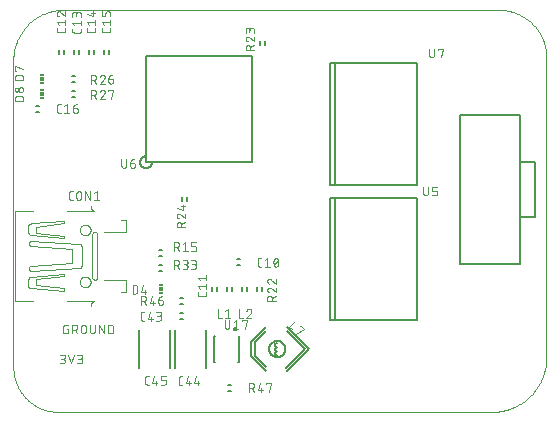
<source format=gto>
G75*
%MOIN*%
%OFA0B0*%
%FSLAX25Y25*%
%IPPOS*%
%LPD*%
%AMOC8*
5,1,8,0,0,1.08239X$1,22.5*
%
%ADD10C,0.00000*%
%ADD11C,0.00600*%
%ADD12C,0.00300*%
%ADD13C,0.00800*%
%ADD14C,0.00400*%
%ADD15R,0.01181X0.00591*%
%ADD16R,0.01181X0.01181*%
%ADD17C,0.00500*%
D10*
X0028807Y0017448D02*
X0028807Y0119708D01*
X0028806Y0119708D02*
X0028810Y0120115D01*
X0028823Y0120521D01*
X0028846Y0120928D01*
X0028879Y0121333D01*
X0028922Y0121738D01*
X0028975Y0122141D01*
X0029037Y0122543D01*
X0029110Y0122943D01*
X0029191Y0123342D01*
X0029283Y0123738D01*
X0029384Y0124132D01*
X0029495Y0124524D01*
X0029615Y0124913D01*
X0029744Y0125298D01*
X0029883Y0125681D01*
X0030031Y0126060D01*
X0030188Y0126435D01*
X0030354Y0126806D01*
X0030529Y0127173D01*
X0030713Y0127536D01*
X0030906Y0127895D01*
X0031107Y0128248D01*
X0031317Y0128597D01*
X0031535Y0128940D01*
X0031762Y0129278D01*
X0031997Y0129610D01*
X0032239Y0129937D01*
X0032490Y0130257D01*
X0032748Y0130572D01*
X0033014Y0130880D01*
X0033287Y0131181D01*
X0033567Y0131476D01*
X0033854Y0131764D01*
X0034149Y0132045D01*
X0034450Y0132319D01*
X0034757Y0132585D01*
X0035071Y0132844D01*
X0035391Y0133095D01*
X0035717Y0133338D01*
X0036049Y0133573D01*
X0036387Y0133801D01*
X0036730Y0134020D01*
X0037078Y0134230D01*
X0037431Y0134432D01*
X0037789Y0134626D01*
X0038151Y0134810D01*
X0038518Y0134986D01*
X0038889Y0135153D01*
X0039264Y0135311D01*
X0039643Y0135460D01*
X0040025Y0135599D01*
X0040410Y0135729D01*
X0040799Y0135850D01*
X0041190Y0135961D01*
X0041584Y0136063D01*
X0041980Y0136156D01*
X0042378Y0136238D01*
X0042779Y0136311D01*
X0043181Y0136374D01*
X0043584Y0136428D01*
X0043988Y0136472D01*
X0044394Y0136505D01*
X0044800Y0136529D01*
X0045206Y0136544D01*
X0045613Y0136548D01*
X0045614Y0136548D02*
X0190643Y0136548D01*
X0191032Y0136541D01*
X0191421Y0136524D01*
X0191809Y0136498D01*
X0192197Y0136463D01*
X0192584Y0136418D01*
X0192969Y0136363D01*
X0193353Y0136300D01*
X0193735Y0136226D01*
X0194116Y0136144D01*
X0194494Y0136052D01*
X0194870Y0135951D01*
X0195244Y0135841D01*
X0195614Y0135722D01*
X0195982Y0135594D01*
X0196346Y0135456D01*
X0196707Y0135310D01*
X0197064Y0135155D01*
X0197417Y0134992D01*
X0197766Y0134820D01*
X0198111Y0134639D01*
X0198452Y0134450D01*
X0198787Y0134253D01*
X0199118Y0134047D01*
X0199443Y0133834D01*
X0199764Y0133613D01*
X0200078Y0133383D01*
X0200387Y0133147D01*
X0200691Y0132902D01*
X0200988Y0132651D01*
X0201279Y0132392D01*
X0201563Y0132126D01*
X0201841Y0131854D01*
X0202112Y0131574D01*
X0202376Y0131289D01*
X0202633Y0130996D01*
X0202883Y0130698D01*
X0203126Y0130393D01*
X0203361Y0130083D01*
X0203588Y0129767D01*
X0203808Y0129445D01*
X0204019Y0129119D01*
X0204223Y0128787D01*
X0204418Y0128450D01*
X0204605Y0128109D01*
X0204784Y0127763D01*
X0204954Y0127413D01*
X0205116Y0127059D01*
X0205269Y0126701D01*
X0205413Y0126339D01*
X0205548Y0125974D01*
X0205674Y0125606D01*
X0205792Y0125235D01*
X0205900Y0124861D01*
X0205999Y0124484D01*
X0206088Y0124105D01*
X0206169Y0123724D01*
X0206240Y0123342D01*
X0206302Y0122957D01*
X0206354Y0122572D01*
X0206397Y0122185D01*
X0206430Y0121797D01*
X0206454Y0121408D01*
X0206468Y0121019D01*
X0206473Y0120630D01*
X0206473Y0020711D01*
X0206468Y0020271D01*
X0206452Y0019831D01*
X0206425Y0019392D01*
X0206388Y0018953D01*
X0206340Y0018516D01*
X0206282Y0018080D01*
X0206213Y0017645D01*
X0206134Y0017212D01*
X0206044Y0016781D01*
X0205944Y0016353D01*
X0205833Y0015927D01*
X0205713Y0015504D01*
X0205582Y0015083D01*
X0205441Y0014667D01*
X0205290Y0014253D01*
X0205129Y0013844D01*
X0204958Y0013438D01*
X0204777Y0013037D01*
X0204587Y0012640D01*
X0204387Y0012248D01*
X0204178Y0011861D01*
X0203959Y0011479D01*
X0203732Y0011102D01*
X0203495Y0010731D01*
X0203249Y0010366D01*
X0202995Y0010007D01*
X0202732Y0009654D01*
X0202461Y0009308D01*
X0202181Y0008968D01*
X0201893Y0008635D01*
X0201597Y0008309D01*
X0201294Y0007990D01*
X0200983Y0007679D01*
X0200664Y0007376D01*
X0200338Y0007080D01*
X0200005Y0006792D01*
X0199665Y0006512D01*
X0199319Y0006241D01*
X0198966Y0005978D01*
X0198607Y0005724D01*
X0198242Y0005478D01*
X0197871Y0005241D01*
X0197494Y0005014D01*
X0197112Y0004795D01*
X0196725Y0004586D01*
X0196333Y0004386D01*
X0195936Y0004196D01*
X0195535Y0004015D01*
X0195129Y0003844D01*
X0194720Y0003683D01*
X0194306Y0003532D01*
X0193890Y0003391D01*
X0193469Y0003260D01*
X0193046Y0003140D01*
X0192620Y0003029D01*
X0192192Y0002929D01*
X0191761Y0002839D01*
X0191328Y0002760D01*
X0190893Y0002691D01*
X0190457Y0002633D01*
X0190020Y0002585D01*
X0189581Y0002548D01*
X0189142Y0002521D01*
X0188702Y0002505D01*
X0188262Y0002500D01*
X0043755Y0002500D01*
X0043394Y0002504D01*
X0043033Y0002517D01*
X0042672Y0002539D01*
X0042312Y0002570D01*
X0041953Y0002609D01*
X0041595Y0002657D01*
X0041238Y0002713D01*
X0040883Y0002778D01*
X0040529Y0002852D01*
X0040178Y0002934D01*
X0039828Y0003025D01*
X0039481Y0003124D01*
X0039136Y0003232D01*
X0038794Y0003347D01*
X0038454Y0003471D01*
X0038118Y0003604D01*
X0037785Y0003744D01*
X0037456Y0003892D01*
X0037130Y0004048D01*
X0036808Y0004212D01*
X0036491Y0004384D01*
X0036177Y0004563D01*
X0035868Y0004750D01*
X0035563Y0004944D01*
X0035264Y0005146D01*
X0034969Y0005355D01*
X0034679Y0005571D01*
X0034395Y0005793D01*
X0034116Y0006023D01*
X0033843Y0006259D01*
X0033575Y0006502D01*
X0033314Y0006751D01*
X0033058Y0007007D01*
X0032809Y0007268D01*
X0032566Y0007536D01*
X0032330Y0007809D01*
X0032100Y0008088D01*
X0031878Y0008372D01*
X0031662Y0008662D01*
X0031453Y0008957D01*
X0031251Y0009256D01*
X0031057Y0009561D01*
X0030870Y0009870D01*
X0030691Y0010184D01*
X0030519Y0010501D01*
X0030355Y0010823D01*
X0030199Y0011149D01*
X0030051Y0011478D01*
X0029911Y0011811D01*
X0029778Y0012147D01*
X0029654Y0012487D01*
X0029539Y0012829D01*
X0029431Y0013174D01*
X0029332Y0013521D01*
X0029241Y0013871D01*
X0029159Y0014222D01*
X0029085Y0014576D01*
X0029020Y0014931D01*
X0028964Y0015288D01*
X0028916Y0015646D01*
X0028877Y0016005D01*
X0028846Y0016365D01*
X0028824Y0016726D01*
X0028811Y0017087D01*
X0028807Y0017448D01*
X0051000Y0045839D02*
X0051002Y0045923D01*
X0051008Y0046006D01*
X0051018Y0046089D01*
X0051032Y0046172D01*
X0051049Y0046254D01*
X0051071Y0046335D01*
X0051096Y0046414D01*
X0051125Y0046493D01*
X0051158Y0046570D01*
X0051194Y0046645D01*
X0051234Y0046719D01*
X0051277Y0046791D01*
X0051324Y0046860D01*
X0051374Y0046927D01*
X0051427Y0046992D01*
X0051483Y0047054D01*
X0051541Y0047114D01*
X0051603Y0047171D01*
X0051667Y0047224D01*
X0051734Y0047275D01*
X0051803Y0047322D01*
X0051874Y0047367D01*
X0051947Y0047407D01*
X0052022Y0047444D01*
X0052099Y0047478D01*
X0052177Y0047508D01*
X0052256Y0047534D01*
X0052337Y0047557D01*
X0052419Y0047575D01*
X0052501Y0047590D01*
X0052584Y0047601D01*
X0052667Y0047608D01*
X0052751Y0047611D01*
X0052835Y0047610D01*
X0052918Y0047605D01*
X0053002Y0047596D01*
X0053084Y0047583D01*
X0053166Y0047567D01*
X0053247Y0047546D01*
X0053328Y0047522D01*
X0053406Y0047494D01*
X0053484Y0047462D01*
X0053560Y0047426D01*
X0053634Y0047387D01*
X0053706Y0047345D01*
X0053776Y0047299D01*
X0053844Y0047250D01*
X0053909Y0047198D01*
X0053972Y0047143D01*
X0054032Y0047085D01*
X0054090Y0047024D01*
X0054144Y0046960D01*
X0054196Y0046894D01*
X0054244Y0046826D01*
X0054289Y0046755D01*
X0054330Y0046682D01*
X0054369Y0046608D01*
X0054403Y0046532D01*
X0054434Y0046454D01*
X0054461Y0046375D01*
X0054485Y0046294D01*
X0054504Y0046213D01*
X0054520Y0046131D01*
X0054532Y0046048D01*
X0054540Y0045964D01*
X0054544Y0045881D01*
X0054544Y0045797D01*
X0054540Y0045714D01*
X0054532Y0045630D01*
X0054520Y0045547D01*
X0054504Y0045465D01*
X0054485Y0045384D01*
X0054461Y0045303D01*
X0054434Y0045224D01*
X0054403Y0045146D01*
X0054369Y0045070D01*
X0054330Y0044996D01*
X0054289Y0044923D01*
X0054244Y0044852D01*
X0054196Y0044784D01*
X0054144Y0044718D01*
X0054090Y0044654D01*
X0054032Y0044593D01*
X0053972Y0044535D01*
X0053909Y0044480D01*
X0053844Y0044428D01*
X0053776Y0044379D01*
X0053706Y0044333D01*
X0053634Y0044291D01*
X0053560Y0044252D01*
X0053484Y0044216D01*
X0053406Y0044184D01*
X0053328Y0044156D01*
X0053247Y0044132D01*
X0053166Y0044111D01*
X0053084Y0044095D01*
X0053002Y0044082D01*
X0052918Y0044073D01*
X0052835Y0044068D01*
X0052751Y0044067D01*
X0052667Y0044070D01*
X0052584Y0044077D01*
X0052501Y0044088D01*
X0052419Y0044103D01*
X0052337Y0044121D01*
X0052256Y0044144D01*
X0052177Y0044170D01*
X0052099Y0044200D01*
X0052022Y0044234D01*
X0051947Y0044271D01*
X0051874Y0044311D01*
X0051803Y0044356D01*
X0051734Y0044403D01*
X0051667Y0044454D01*
X0051603Y0044507D01*
X0051541Y0044564D01*
X0051483Y0044624D01*
X0051427Y0044686D01*
X0051374Y0044751D01*
X0051324Y0044818D01*
X0051277Y0044887D01*
X0051234Y0044959D01*
X0051194Y0045033D01*
X0051158Y0045108D01*
X0051125Y0045185D01*
X0051096Y0045264D01*
X0051071Y0045343D01*
X0051049Y0045424D01*
X0051032Y0045506D01*
X0051018Y0045589D01*
X0051008Y0045672D01*
X0051002Y0045755D01*
X0051000Y0045839D01*
X0051000Y0063161D02*
X0051002Y0063245D01*
X0051008Y0063328D01*
X0051018Y0063411D01*
X0051032Y0063494D01*
X0051049Y0063576D01*
X0051071Y0063657D01*
X0051096Y0063736D01*
X0051125Y0063815D01*
X0051158Y0063892D01*
X0051194Y0063967D01*
X0051234Y0064041D01*
X0051277Y0064113D01*
X0051324Y0064182D01*
X0051374Y0064249D01*
X0051427Y0064314D01*
X0051483Y0064376D01*
X0051541Y0064436D01*
X0051603Y0064493D01*
X0051667Y0064546D01*
X0051734Y0064597D01*
X0051803Y0064644D01*
X0051874Y0064689D01*
X0051947Y0064729D01*
X0052022Y0064766D01*
X0052099Y0064800D01*
X0052177Y0064830D01*
X0052256Y0064856D01*
X0052337Y0064879D01*
X0052419Y0064897D01*
X0052501Y0064912D01*
X0052584Y0064923D01*
X0052667Y0064930D01*
X0052751Y0064933D01*
X0052835Y0064932D01*
X0052918Y0064927D01*
X0053002Y0064918D01*
X0053084Y0064905D01*
X0053166Y0064889D01*
X0053247Y0064868D01*
X0053328Y0064844D01*
X0053406Y0064816D01*
X0053484Y0064784D01*
X0053560Y0064748D01*
X0053634Y0064709D01*
X0053706Y0064667D01*
X0053776Y0064621D01*
X0053844Y0064572D01*
X0053909Y0064520D01*
X0053972Y0064465D01*
X0054032Y0064407D01*
X0054090Y0064346D01*
X0054144Y0064282D01*
X0054196Y0064216D01*
X0054244Y0064148D01*
X0054289Y0064077D01*
X0054330Y0064004D01*
X0054369Y0063930D01*
X0054403Y0063854D01*
X0054434Y0063776D01*
X0054461Y0063697D01*
X0054485Y0063616D01*
X0054504Y0063535D01*
X0054520Y0063453D01*
X0054532Y0063370D01*
X0054540Y0063286D01*
X0054544Y0063203D01*
X0054544Y0063119D01*
X0054540Y0063036D01*
X0054532Y0062952D01*
X0054520Y0062869D01*
X0054504Y0062787D01*
X0054485Y0062706D01*
X0054461Y0062625D01*
X0054434Y0062546D01*
X0054403Y0062468D01*
X0054369Y0062392D01*
X0054330Y0062318D01*
X0054289Y0062245D01*
X0054244Y0062174D01*
X0054196Y0062106D01*
X0054144Y0062040D01*
X0054090Y0061976D01*
X0054032Y0061915D01*
X0053972Y0061857D01*
X0053909Y0061802D01*
X0053844Y0061750D01*
X0053776Y0061701D01*
X0053706Y0061655D01*
X0053634Y0061613D01*
X0053560Y0061574D01*
X0053484Y0061538D01*
X0053406Y0061506D01*
X0053328Y0061478D01*
X0053247Y0061454D01*
X0053166Y0061433D01*
X0053084Y0061417D01*
X0053002Y0061404D01*
X0052918Y0061395D01*
X0052835Y0061390D01*
X0052751Y0061389D01*
X0052667Y0061392D01*
X0052584Y0061399D01*
X0052501Y0061410D01*
X0052419Y0061425D01*
X0052337Y0061443D01*
X0052256Y0061466D01*
X0052177Y0061492D01*
X0052099Y0061522D01*
X0052022Y0061556D01*
X0051947Y0061593D01*
X0051874Y0061633D01*
X0051803Y0061678D01*
X0051734Y0061725D01*
X0051667Y0061776D01*
X0051603Y0061829D01*
X0051541Y0061886D01*
X0051483Y0061946D01*
X0051427Y0062008D01*
X0051374Y0062073D01*
X0051324Y0062140D01*
X0051277Y0062209D01*
X0051234Y0062281D01*
X0051194Y0062355D01*
X0051158Y0062430D01*
X0051125Y0062507D01*
X0051096Y0062586D01*
X0051071Y0062665D01*
X0051049Y0062746D01*
X0051032Y0062828D01*
X0051018Y0062911D01*
X0051008Y0062994D01*
X0051002Y0063077D01*
X0051000Y0063161D01*
D11*
X0077201Y0056382D02*
X0078343Y0056382D01*
X0078343Y0054618D02*
X0077201Y0054618D01*
X0077201Y0051382D02*
X0078343Y0051382D01*
X0078343Y0049618D02*
X0077201Y0049618D01*
X0084201Y0040382D02*
X0085343Y0040382D01*
X0085343Y0038618D02*
X0084201Y0038618D01*
X0084201Y0035382D02*
X0085343Y0035382D01*
X0085343Y0033618D02*
X0084201Y0033618D01*
X0094890Y0042929D02*
X0094890Y0044071D01*
X0096654Y0044071D02*
X0096654Y0042929D01*
X0099890Y0042929D02*
X0099890Y0044071D01*
X0101654Y0044071D02*
X0101654Y0042929D01*
X0104890Y0042929D02*
X0104890Y0044071D01*
X0106654Y0044071D02*
X0106654Y0042929D01*
X0109890Y0042929D02*
X0109890Y0044071D01*
X0111654Y0044071D02*
X0111654Y0042929D01*
X0104343Y0051618D02*
X0103201Y0051618D01*
X0103201Y0053382D02*
X0104343Y0053382D01*
X0086654Y0072929D02*
X0086654Y0074071D01*
X0084890Y0074071D02*
X0084890Y0072929D01*
X0037343Y0102618D02*
X0036201Y0102618D01*
X0036201Y0104382D02*
X0037343Y0104382D01*
X0048201Y0107618D02*
X0049343Y0107618D01*
X0049343Y0109382D02*
X0048201Y0109382D01*
X0048201Y0112618D02*
X0049343Y0112618D01*
X0049343Y0114382D02*
X0048201Y0114382D01*
X0048890Y0121929D02*
X0048890Y0123071D01*
X0050654Y0123071D02*
X0050654Y0121929D01*
X0053890Y0121929D02*
X0053890Y0123071D01*
X0055654Y0123071D02*
X0055654Y0121929D01*
X0058890Y0121929D02*
X0058890Y0123071D01*
X0060654Y0123071D02*
X0060654Y0121929D01*
X0045654Y0121929D02*
X0045654Y0123071D01*
X0043890Y0123071D02*
X0043890Y0121929D01*
X0110890Y0124929D02*
X0110890Y0126071D01*
X0112654Y0126071D02*
X0112654Y0124929D01*
X0177693Y0101500D02*
X0197772Y0101500D01*
X0197772Y0085850D01*
X0202772Y0085850D01*
X0202772Y0067346D01*
X0197772Y0067346D01*
X0197772Y0051697D01*
X0177693Y0051697D01*
X0177693Y0101500D01*
X0197772Y0085850D02*
X0197772Y0067346D01*
X0101343Y0011382D02*
X0100201Y0011382D01*
X0100201Y0009618D02*
X0101343Y0009618D01*
D12*
X0107422Y0009150D02*
X0107422Y0012050D01*
X0108228Y0012050D01*
X0108283Y0012048D01*
X0108338Y0012042D01*
X0108392Y0012033D01*
X0108445Y0012020D01*
X0108498Y0012003D01*
X0108549Y0011983D01*
X0108599Y0011960D01*
X0108647Y0011933D01*
X0108693Y0011902D01*
X0108737Y0011869D01*
X0108778Y0011833D01*
X0108817Y0011794D01*
X0108853Y0011753D01*
X0108886Y0011709D01*
X0108917Y0011663D01*
X0108944Y0011615D01*
X0108967Y0011565D01*
X0108987Y0011514D01*
X0109004Y0011461D01*
X0109017Y0011408D01*
X0109026Y0011354D01*
X0109032Y0011299D01*
X0109034Y0011244D01*
X0109032Y0011189D01*
X0109026Y0011134D01*
X0109017Y0011080D01*
X0109004Y0011027D01*
X0108987Y0010974D01*
X0108967Y0010923D01*
X0108944Y0010873D01*
X0108917Y0010825D01*
X0108886Y0010779D01*
X0108853Y0010735D01*
X0108817Y0010694D01*
X0108778Y0010655D01*
X0108737Y0010619D01*
X0108693Y0010586D01*
X0108647Y0010555D01*
X0108599Y0010528D01*
X0108549Y0010505D01*
X0108498Y0010485D01*
X0108445Y0010468D01*
X0108392Y0010455D01*
X0108338Y0010446D01*
X0108283Y0010440D01*
X0108228Y0010438D01*
X0108228Y0010439D02*
X0107422Y0010439D01*
X0108389Y0010439D02*
X0109033Y0009150D01*
X0110282Y0009794D02*
X0111893Y0009794D01*
X0111410Y0010439D02*
X0111410Y0009150D01*
X0110282Y0009794D02*
X0110926Y0012050D01*
X0113162Y0012050D02*
X0114773Y0012050D01*
X0113968Y0009150D01*
X0113162Y0011728D02*
X0113162Y0012050D01*
X0090772Y0012126D02*
X0089161Y0012126D01*
X0089805Y0014381D01*
X0090288Y0012770D02*
X0090288Y0011481D01*
X0087892Y0012126D02*
X0086281Y0012126D01*
X0086925Y0014381D01*
X0087408Y0012770D02*
X0087408Y0011481D01*
X0085160Y0011481D02*
X0084516Y0011481D01*
X0084516Y0011482D02*
X0084468Y0011484D01*
X0084420Y0011489D01*
X0084373Y0011498D01*
X0084326Y0011511D01*
X0084281Y0011527D01*
X0084237Y0011546D01*
X0084194Y0011568D01*
X0084153Y0011594D01*
X0084114Y0011623D01*
X0084078Y0011654D01*
X0084044Y0011688D01*
X0084013Y0011724D01*
X0083984Y0011763D01*
X0083958Y0011804D01*
X0083936Y0011847D01*
X0083917Y0011891D01*
X0083901Y0011936D01*
X0083888Y0011983D01*
X0083879Y0012030D01*
X0083874Y0012078D01*
X0083872Y0012126D01*
X0083872Y0013737D01*
X0083874Y0013788D01*
X0083880Y0013838D01*
X0083890Y0013887D01*
X0083904Y0013936D01*
X0083921Y0013983D01*
X0083942Y0014029D01*
X0083967Y0014073D01*
X0083995Y0014116D01*
X0084026Y0014155D01*
X0084061Y0014192D01*
X0084098Y0014227D01*
X0084137Y0014258D01*
X0084180Y0014286D01*
X0084224Y0014311D01*
X0084270Y0014332D01*
X0084317Y0014349D01*
X0084366Y0014363D01*
X0084415Y0014373D01*
X0084465Y0014379D01*
X0084516Y0014381D01*
X0085160Y0014381D01*
X0079673Y0014519D02*
X0078062Y0014519D01*
X0078062Y0013230D01*
X0079028Y0013230D01*
X0079028Y0013229D02*
X0079076Y0013227D01*
X0079124Y0013222D01*
X0079171Y0013213D01*
X0079218Y0013200D01*
X0079263Y0013184D01*
X0079307Y0013165D01*
X0079350Y0013143D01*
X0079391Y0013117D01*
X0079430Y0013088D01*
X0079466Y0013057D01*
X0079500Y0013023D01*
X0079531Y0012987D01*
X0079560Y0012948D01*
X0079586Y0012907D01*
X0079608Y0012864D01*
X0079627Y0012820D01*
X0079643Y0012775D01*
X0079656Y0012728D01*
X0079665Y0012681D01*
X0079670Y0012633D01*
X0079672Y0012585D01*
X0079673Y0012585D02*
X0079673Y0012263D01*
X0079672Y0012263D02*
X0079670Y0012215D01*
X0079665Y0012167D01*
X0079656Y0012120D01*
X0079643Y0012073D01*
X0079627Y0012028D01*
X0079608Y0011984D01*
X0079586Y0011941D01*
X0079560Y0011900D01*
X0079531Y0011861D01*
X0079500Y0011825D01*
X0079466Y0011791D01*
X0079430Y0011760D01*
X0079391Y0011731D01*
X0079350Y0011705D01*
X0079307Y0011683D01*
X0079263Y0011664D01*
X0079218Y0011648D01*
X0079171Y0011635D01*
X0079124Y0011626D01*
X0079076Y0011621D01*
X0079028Y0011619D01*
X0078062Y0011619D01*
X0076793Y0012263D02*
X0075182Y0012263D01*
X0075826Y0014519D01*
X0076309Y0012907D02*
X0076309Y0011619D01*
X0074061Y0011619D02*
X0073417Y0011619D01*
X0073369Y0011621D01*
X0073321Y0011626D01*
X0073274Y0011635D01*
X0073227Y0011648D01*
X0073182Y0011664D01*
X0073138Y0011683D01*
X0073095Y0011705D01*
X0073054Y0011731D01*
X0073015Y0011760D01*
X0072979Y0011791D01*
X0072945Y0011825D01*
X0072914Y0011861D01*
X0072885Y0011900D01*
X0072859Y0011941D01*
X0072837Y0011984D01*
X0072818Y0012028D01*
X0072802Y0012073D01*
X0072789Y0012120D01*
X0072780Y0012167D01*
X0072775Y0012215D01*
X0072773Y0012263D01*
X0072773Y0013874D01*
X0072775Y0013925D01*
X0072781Y0013975D01*
X0072791Y0014024D01*
X0072805Y0014073D01*
X0072822Y0014120D01*
X0072843Y0014166D01*
X0072868Y0014210D01*
X0072896Y0014253D01*
X0072927Y0014292D01*
X0072962Y0014329D01*
X0072999Y0014364D01*
X0073038Y0014395D01*
X0073081Y0014423D01*
X0073125Y0014448D01*
X0073171Y0014469D01*
X0073218Y0014486D01*
X0073267Y0014500D01*
X0073316Y0014510D01*
X0073366Y0014516D01*
X0073417Y0014518D01*
X0073417Y0014519D02*
X0074061Y0014519D01*
X0061300Y0028650D02*
X0060494Y0028650D01*
X0060494Y0031550D01*
X0061300Y0031550D01*
X0061355Y0031548D01*
X0061410Y0031542D01*
X0061464Y0031533D01*
X0061517Y0031520D01*
X0061570Y0031503D01*
X0061621Y0031483D01*
X0061671Y0031460D01*
X0061719Y0031433D01*
X0061765Y0031402D01*
X0061809Y0031369D01*
X0061850Y0031333D01*
X0061889Y0031294D01*
X0061925Y0031253D01*
X0061958Y0031209D01*
X0061989Y0031163D01*
X0062016Y0031115D01*
X0062039Y0031065D01*
X0062059Y0031014D01*
X0062076Y0030961D01*
X0062089Y0030908D01*
X0062098Y0030854D01*
X0062104Y0030799D01*
X0062106Y0030744D01*
X0062105Y0030744D02*
X0062105Y0029456D01*
X0062106Y0029456D02*
X0062104Y0029401D01*
X0062098Y0029346D01*
X0062089Y0029292D01*
X0062076Y0029239D01*
X0062059Y0029186D01*
X0062039Y0029135D01*
X0062016Y0029085D01*
X0061989Y0029037D01*
X0061958Y0028991D01*
X0061925Y0028947D01*
X0061889Y0028906D01*
X0061850Y0028867D01*
X0061809Y0028831D01*
X0061765Y0028798D01*
X0061719Y0028767D01*
X0061671Y0028740D01*
X0061621Y0028717D01*
X0061570Y0028697D01*
X0061517Y0028680D01*
X0061464Y0028667D01*
X0061410Y0028658D01*
X0061355Y0028652D01*
X0061300Y0028650D01*
X0059033Y0028650D02*
X0059033Y0031550D01*
X0057422Y0031550D02*
X0059033Y0028650D01*
X0057422Y0028650D02*
X0057422Y0031550D01*
X0055961Y0031550D02*
X0055961Y0029456D01*
X0055962Y0029456D02*
X0055960Y0029401D01*
X0055954Y0029346D01*
X0055945Y0029292D01*
X0055932Y0029239D01*
X0055915Y0029186D01*
X0055895Y0029135D01*
X0055872Y0029085D01*
X0055845Y0029037D01*
X0055814Y0028991D01*
X0055781Y0028947D01*
X0055745Y0028906D01*
X0055706Y0028867D01*
X0055665Y0028831D01*
X0055621Y0028798D01*
X0055575Y0028767D01*
X0055527Y0028740D01*
X0055477Y0028717D01*
X0055426Y0028697D01*
X0055373Y0028680D01*
X0055320Y0028667D01*
X0055266Y0028658D01*
X0055211Y0028652D01*
X0055156Y0028650D01*
X0055101Y0028652D01*
X0055046Y0028658D01*
X0054992Y0028667D01*
X0054939Y0028680D01*
X0054886Y0028697D01*
X0054835Y0028717D01*
X0054785Y0028740D01*
X0054737Y0028767D01*
X0054691Y0028798D01*
X0054647Y0028831D01*
X0054606Y0028867D01*
X0054567Y0028906D01*
X0054531Y0028947D01*
X0054498Y0028991D01*
X0054467Y0029037D01*
X0054440Y0029085D01*
X0054417Y0029135D01*
X0054397Y0029186D01*
X0054380Y0029239D01*
X0054367Y0029292D01*
X0054358Y0029346D01*
X0054352Y0029401D01*
X0054350Y0029456D01*
X0054350Y0031550D01*
X0052985Y0030744D02*
X0052985Y0029456D01*
X0052986Y0029456D02*
X0052984Y0029401D01*
X0052978Y0029346D01*
X0052969Y0029292D01*
X0052956Y0029239D01*
X0052939Y0029186D01*
X0052919Y0029135D01*
X0052896Y0029085D01*
X0052869Y0029037D01*
X0052838Y0028991D01*
X0052805Y0028947D01*
X0052769Y0028906D01*
X0052730Y0028867D01*
X0052689Y0028831D01*
X0052645Y0028798D01*
X0052599Y0028767D01*
X0052551Y0028740D01*
X0052501Y0028717D01*
X0052450Y0028697D01*
X0052397Y0028680D01*
X0052344Y0028667D01*
X0052290Y0028658D01*
X0052235Y0028652D01*
X0052180Y0028650D01*
X0052125Y0028652D01*
X0052070Y0028658D01*
X0052016Y0028667D01*
X0051963Y0028680D01*
X0051910Y0028697D01*
X0051859Y0028717D01*
X0051809Y0028740D01*
X0051761Y0028767D01*
X0051715Y0028798D01*
X0051671Y0028831D01*
X0051630Y0028867D01*
X0051591Y0028906D01*
X0051555Y0028947D01*
X0051522Y0028991D01*
X0051491Y0029037D01*
X0051464Y0029085D01*
X0051441Y0029135D01*
X0051421Y0029186D01*
X0051404Y0029239D01*
X0051391Y0029292D01*
X0051382Y0029346D01*
X0051376Y0029401D01*
X0051374Y0029456D01*
X0051374Y0030744D01*
X0051376Y0030799D01*
X0051382Y0030854D01*
X0051391Y0030908D01*
X0051404Y0030961D01*
X0051421Y0031014D01*
X0051441Y0031065D01*
X0051464Y0031115D01*
X0051491Y0031163D01*
X0051522Y0031209D01*
X0051555Y0031253D01*
X0051591Y0031294D01*
X0051630Y0031333D01*
X0051671Y0031369D01*
X0051715Y0031402D01*
X0051761Y0031433D01*
X0051809Y0031460D01*
X0051859Y0031483D01*
X0051910Y0031503D01*
X0051963Y0031520D01*
X0052016Y0031533D01*
X0052070Y0031542D01*
X0052125Y0031548D01*
X0052180Y0031550D01*
X0052235Y0031548D01*
X0052290Y0031542D01*
X0052344Y0031533D01*
X0052397Y0031520D01*
X0052450Y0031503D01*
X0052501Y0031483D01*
X0052551Y0031460D01*
X0052599Y0031433D01*
X0052645Y0031402D01*
X0052689Y0031369D01*
X0052730Y0031333D01*
X0052769Y0031294D01*
X0052805Y0031253D01*
X0052838Y0031209D01*
X0052869Y0031163D01*
X0052896Y0031115D01*
X0052919Y0031065D01*
X0052939Y0031014D01*
X0052956Y0030961D01*
X0052969Y0030908D01*
X0052978Y0030854D01*
X0052984Y0030799D01*
X0052986Y0030744D01*
X0050125Y0028650D02*
X0049481Y0029939D01*
X0049320Y0029939D02*
X0048514Y0029939D01*
X0049320Y0029938D02*
X0049375Y0029940D01*
X0049430Y0029946D01*
X0049484Y0029955D01*
X0049537Y0029968D01*
X0049590Y0029985D01*
X0049641Y0030005D01*
X0049691Y0030028D01*
X0049739Y0030055D01*
X0049785Y0030086D01*
X0049829Y0030119D01*
X0049870Y0030155D01*
X0049909Y0030194D01*
X0049945Y0030235D01*
X0049978Y0030279D01*
X0050009Y0030325D01*
X0050036Y0030373D01*
X0050059Y0030423D01*
X0050079Y0030474D01*
X0050096Y0030527D01*
X0050109Y0030580D01*
X0050118Y0030634D01*
X0050124Y0030689D01*
X0050126Y0030744D01*
X0050124Y0030799D01*
X0050118Y0030854D01*
X0050109Y0030908D01*
X0050096Y0030961D01*
X0050079Y0031014D01*
X0050059Y0031065D01*
X0050036Y0031115D01*
X0050009Y0031163D01*
X0049978Y0031209D01*
X0049945Y0031253D01*
X0049909Y0031294D01*
X0049870Y0031333D01*
X0049829Y0031369D01*
X0049785Y0031402D01*
X0049739Y0031433D01*
X0049691Y0031460D01*
X0049641Y0031483D01*
X0049590Y0031503D01*
X0049537Y0031520D01*
X0049484Y0031533D01*
X0049430Y0031542D01*
X0049375Y0031548D01*
X0049320Y0031550D01*
X0048514Y0031550D01*
X0048514Y0028650D01*
X0047033Y0028650D02*
X0047033Y0030261D01*
X0046550Y0030261D01*
X0045423Y0030906D02*
X0045425Y0030957D01*
X0045431Y0031007D01*
X0045441Y0031056D01*
X0045455Y0031105D01*
X0045472Y0031152D01*
X0045493Y0031198D01*
X0045518Y0031242D01*
X0045546Y0031285D01*
X0045577Y0031324D01*
X0045612Y0031361D01*
X0045649Y0031396D01*
X0045688Y0031427D01*
X0045731Y0031455D01*
X0045775Y0031480D01*
X0045821Y0031501D01*
X0045868Y0031518D01*
X0045917Y0031532D01*
X0045966Y0031542D01*
X0046016Y0031548D01*
X0046067Y0031550D01*
X0047033Y0031550D01*
X0045422Y0030906D02*
X0045422Y0029294D01*
X0045423Y0029294D02*
X0045425Y0029246D01*
X0045430Y0029198D01*
X0045439Y0029151D01*
X0045452Y0029104D01*
X0045468Y0029059D01*
X0045487Y0029015D01*
X0045509Y0028972D01*
X0045535Y0028931D01*
X0045564Y0028892D01*
X0045595Y0028856D01*
X0045629Y0028822D01*
X0045665Y0028791D01*
X0045704Y0028762D01*
X0045745Y0028736D01*
X0045788Y0028714D01*
X0045832Y0028695D01*
X0045877Y0028679D01*
X0045924Y0028666D01*
X0045971Y0028657D01*
X0046019Y0028652D01*
X0046067Y0028650D01*
X0047033Y0028650D01*
X0047141Y0021550D02*
X0048108Y0018650D01*
X0049074Y0021550D01*
X0050182Y0021550D02*
X0051149Y0021550D01*
X0051198Y0021548D01*
X0051247Y0021542D01*
X0051296Y0021533D01*
X0051343Y0021520D01*
X0051390Y0021503D01*
X0051435Y0021483D01*
X0051478Y0021460D01*
X0051520Y0021433D01*
X0051559Y0021403D01*
X0051596Y0021370D01*
X0051630Y0021334D01*
X0051661Y0021296D01*
X0051690Y0021256D01*
X0051715Y0021214D01*
X0051737Y0021169D01*
X0051755Y0021124D01*
X0051770Y0021077D01*
X0051781Y0021029D01*
X0051789Y0020980D01*
X0051793Y0020931D01*
X0051793Y0020881D01*
X0051789Y0020832D01*
X0051781Y0020783D01*
X0051770Y0020735D01*
X0051755Y0020688D01*
X0051737Y0020643D01*
X0051715Y0020598D01*
X0051690Y0020556D01*
X0051661Y0020516D01*
X0051630Y0020478D01*
X0051596Y0020442D01*
X0051559Y0020409D01*
X0051520Y0020379D01*
X0051478Y0020352D01*
X0051435Y0020329D01*
X0051390Y0020309D01*
X0051343Y0020292D01*
X0051296Y0020279D01*
X0051247Y0020270D01*
X0051198Y0020264D01*
X0051149Y0020262D01*
X0051149Y0020261D02*
X0050504Y0020261D01*
X0050988Y0020262D02*
X0051043Y0020260D01*
X0051098Y0020254D01*
X0051152Y0020245D01*
X0051205Y0020232D01*
X0051258Y0020215D01*
X0051309Y0020195D01*
X0051359Y0020172D01*
X0051407Y0020145D01*
X0051453Y0020114D01*
X0051497Y0020081D01*
X0051538Y0020045D01*
X0051577Y0020006D01*
X0051613Y0019965D01*
X0051646Y0019921D01*
X0051677Y0019875D01*
X0051704Y0019827D01*
X0051727Y0019777D01*
X0051747Y0019726D01*
X0051764Y0019673D01*
X0051777Y0019620D01*
X0051786Y0019566D01*
X0051792Y0019511D01*
X0051794Y0019456D01*
X0051792Y0019401D01*
X0051786Y0019346D01*
X0051777Y0019292D01*
X0051764Y0019239D01*
X0051747Y0019186D01*
X0051727Y0019135D01*
X0051704Y0019085D01*
X0051677Y0019037D01*
X0051646Y0018991D01*
X0051613Y0018947D01*
X0051577Y0018906D01*
X0051538Y0018867D01*
X0051497Y0018831D01*
X0051453Y0018798D01*
X0051407Y0018767D01*
X0051359Y0018740D01*
X0051309Y0018717D01*
X0051258Y0018697D01*
X0051205Y0018680D01*
X0051152Y0018667D01*
X0051098Y0018658D01*
X0051043Y0018652D01*
X0050988Y0018650D01*
X0050182Y0018650D01*
X0045228Y0018650D02*
X0044422Y0018650D01*
X0045228Y0018650D02*
X0045283Y0018652D01*
X0045338Y0018658D01*
X0045392Y0018667D01*
X0045445Y0018680D01*
X0045498Y0018697D01*
X0045549Y0018717D01*
X0045599Y0018740D01*
X0045647Y0018767D01*
X0045693Y0018798D01*
X0045737Y0018831D01*
X0045778Y0018867D01*
X0045817Y0018906D01*
X0045853Y0018947D01*
X0045886Y0018991D01*
X0045917Y0019037D01*
X0045944Y0019085D01*
X0045967Y0019135D01*
X0045987Y0019186D01*
X0046004Y0019239D01*
X0046017Y0019292D01*
X0046026Y0019346D01*
X0046032Y0019401D01*
X0046034Y0019456D01*
X0046032Y0019511D01*
X0046026Y0019566D01*
X0046017Y0019620D01*
X0046004Y0019673D01*
X0045987Y0019726D01*
X0045967Y0019777D01*
X0045944Y0019827D01*
X0045917Y0019875D01*
X0045886Y0019921D01*
X0045853Y0019965D01*
X0045817Y0020006D01*
X0045778Y0020045D01*
X0045737Y0020081D01*
X0045693Y0020114D01*
X0045647Y0020145D01*
X0045599Y0020172D01*
X0045549Y0020195D01*
X0045498Y0020215D01*
X0045445Y0020232D01*
X0045392Y0020245D01*
X0045338Y0020254D01*
X0045283Y0020260D01*
X0045228Y0020262D01*
X0045389Y0020261D02*
X0044744Y0020261D01*
X0045389Y0020262D02*
X0045438Y0020264D01*
X0045487Y0020270D01*
X0045536Y0020279D01*
X0045583Y0020292D01*
X0045630Y0020309D01*
X0045675Y0020329D01*
X0045718Y0020352D01*
X0045760Y0020379D01*
X0045799Y0020409D01*
X0045836Y0020442D01*
X0045870Y0020478D01*
X0045901Y0020516D01*
X0045930Y0020556D01*
X0045955Y0020598D01*
X0045977Y0020643D01*
X0045995Y0020688D01*
X0046010Y0020735D01*
X0046021Y0020783D01*
X0046029Y0020832D01*
X0046033Y0020881D01*
X0046033Y0020931D01*
X0046029Y0020980D01*
X0046021Y0021029D01*
X0046010Y0021077D01*
X0045995Y0021124D01*
X0045977Y0021169D01*
X0045955Y0021214D01*
X0045930Y0021256D01*
X0045901Y0021296D01*
X0045870Y0021334D01*
X0045836Y0021370D01*
X0045799Y0021403D01*
X0045760Y0021433D01*
X0045718Y0021460D01*
X0045675Y0021483D01*
X0045630Y0021503D01*
X0045583Y0021520D01*
X0045536Y0021533D01*
X0045487Y0021542D01*
X0045438Y0021548D01*
X0045389Y0021550D01*
X0044422Y0021550D01*
X0071222Y0033594D02*
X0071222Y0035206D01*
X0071224Y0035257D01*
X0071230Y0035307D01*
X0071240Y0035356D01*
X0071254Y0035405D01*
X0071271Y0035452D01*
X0071292Y0035498D01*
X0071317Y0035542D01*
X0071345Y0035585D01*
X0071376Y0035624D01*
X0071411Y0035661D01*
X0071448Y0035696D01*
X0071487Y0035727D01*
X0071530Y0035755D01*
X0071574Y0035780D01*
X0071620Y0035801D01*
X0071667Y0035818D01*
X0071716Y0035832D01*
X0071765Y0035842D01*
X0071815Y0035848D01*
X0071866Y0035850D01*
X0072511Y0035850D01*
X0074275Y0035850D02*
X0073631Y0033594D01*
X0075242Y0033594D01*
X0074759Y0034239D02*
X0074759Y0032950D01*
X0076511Y0032950D02*
X0077317Y0032950D01*
X0077372Y0032952D01*
X0077427Y0032958D01*
X0077481Y0032967D01*
X0077534Y0032980D01*
X0077587Y0032997D01*
X0077638Y0033017D01*
X0077688Y0033040D01*
X0077736Y0033067D01*
X0077782Y0033098D01*
X0077826Y0033131D01*
X0077867Y0033167D01*
X0077906Y0033206D01*
X0077942Y0033247D01*
X0077975Y0033291D01*
X0078006Y0033337D01*
X0078033Y0033385D01*
X0078056Y0033435D01*
X0078076Y0033486D01*
X0078093Y0033539D01*
X0078106Y0033592D01*
X0078115Y0033646D01*
X0078121Y0033701D01*
X0078123Y0033756D01*
X0078121Y0033811D01*
X0078115Y0033866D01*
X0078106Y0033920D01*
X0078093Y0033973D01*
X0078076Y0034026D01*
X0078056Y0034077D01*
X0078033Y0034127D01*
X0078006Y0034175D01*
X0077975Y0034221D01*
X0077942Y0034265D01*
X0077906Y0034306D01*
X0077867Y0034345D01*
X0077826Y0034381D01*
X0077782Y0034414D01*
X0077736Y0034445D01*
X0077688Y0034472D01*
X0077638Y0034495D01*
X0077587Y0034515D01*
X0077534Y0034532D01*
X0077481Y0034545D01*
X0077427Y0034554D01*
X0077372Y0034560D01*
X0077317Y0034562D01*
X0077478Y0034561D02*
X0076833Y0034561D01*
X0077478Y0034562D02*
X0077527Y0034564D01*
X0077576Y0034570D01*
X0077625Y0034579D01*
X0077672Y0034592D01*
X0077719Y0034609D01*
X0077764Y0034629D01*
X0077807Y0034652D01*
X0077849Y0034679D01*
X0077888Y0034709D01*
X0077925Y0034742D01*
X0077959Y0034778D01*
X0077990Y0034816D01*
X0078019Y0034856D01*
X0078044Y0034898D01*
X0078066Y0034943D01*
X0078084Y0034988D01*
X0078099Y0035035D01*
X0078110Y0035083D01*
X0078118Y0035132D01*
X0078122Y0035181D01*
X0078122Y0035231D01*
X0078118Y0035280D01*
X0078110Y0035329D01*
X0078099Y0035377D01*
X0078084Y0035424D01*
X0078066Y0035469D01*
X0078044Y0035514D01*
X0078019Y0035556D01*
X0077990Y0035596D01*
X0077959Y0035634D01*
X0077925Y0035670D01*
X0077888Y0035703D01*
X0077849Y0035733D01*
X0077807Y0035760D01*
X0077764Y0035783D01*
X0077719Y0035803D01*
X0077672Y0035820D01*
X0077625Y0035833D01*
X0077576Y0035842D01*
X0077527Y0035848D01*
X0077478Y0035850D01*
X0076511Y0035850D01*
X0075410Y0038150D02*
X0075410Y0039439D01*
X0075893Y0038794D02*
X0074282Y0038794D01*
X0074926Y0041050D01*
X0073122Y0042594D02*
X0071511Y0042594D01*
X0072155Y0044850D01*
X0072639Y0043239D02*
X0072639Y0041950D01*
X0072228Y0041050D02*
X0071422Y0041050D01*
X0071422Y0038150D01*
X0071422Y0039439D02*
X0072228Y0039439D01*
X0072389Y0039439D02*
X0073033Y0038150D01*
X0072228Y0039438D02*
X0072283Y0039440D01*
X0072338Y0039446D01*
X0072392Y0039455D01*
X0072445Y0039468D01*
X0072498Y0039485D01*
X0072549Y0039505D01*
X0072599Y0039528D01*
X0072647Y0039555D01*
X0072693Y0039586D01*
X0072737Y0039619D01*
X0072778Y0039655D01*
X0072817Y0039694D01*
X0072853Y0039735D01*
X0072886Y0039779D01*
X0072917Y0039825D01*
X0072944Y0039873D01*
X0072967Y0039923D01*
X0072987Y0039974D01*
X0073004Y0040027D01*
X0073017Y0040080D01*
X0073026Y0040134D01*
X0073032Y0040189D01*
X0073034Y0040244D01*
X0073032Y0040299D01*
X0073026Y0040354D01*
X0073017Y0040408D01*
X0073004Y0040461D01*
X0072987Y0040514D01*
X0072967Y0040565D01*
X0072944Y0040615D01*
X0072917Y0040663D01*
X0072886Y0040709D01*
X0072853Y0040753D01*
X0072817Y0040794D01*
X0072778Y0040833D01*
X0072737Y0040869D01*
X0072693Y0040902D01*
X0072647Y0040933D01*
X0072599Y0040960D01*
X0072549Y0040983D01*
X0072498Y0041003D01*
X0072445Y0041020D01*
X0072392Y0041033D01*
X0072338Y0041042D01*
X0072283Y0041048D01*
X0072228Y0041050D01*
X0070146Y0042756D02*
X0070146Y0044044D01*
X0070147Y0044044D02*
X0070145Y0044099D01*
X0070139Y0044154D01*
X0070130Y0044208D01*
X0070117Y0044261D01*
X0070100Y0044314D01*
X0070080Y0044365D01*
X0070057Y0044415D01*
X0070030Y0044463D01*
X0069999Y0044509D01*
X0069966Y0044553D01*
X0069930Y0044594D01*
X0069891Y0044633D01*
X0069850Y0044669D01*
X0069806Y0044702D01*
X0069760Y0044733D01*
X0069712Y0044760D01*
X0069662Y0044783D01*
X0069611Y0044803D01*
X0069558Y0044820D01*
X0069505Y0044833D01*
X0069451Y0044842D01*
X0069396Y0044848D01*
X0069341Y0044850D01*
X0068535Y0044850D01*
X0068535Y0041950D01*
X0069341Y0041950D01*
X0069396Y0041952D01*
X0069451Y0041958D01*
X0069505Y0041967D01*
X0069558Y0041980D01*
X0069611Y0041997D01*
X0069662Y0042017D01*
X0069712Y0042040D01*
X0069760Y0042067D01*
X0069806Y0042098D01*
X0069850Y0042131D01*
X0069891Y0042167D01*
X0069930Y0042206D01*
X0069966Y0042247D01*
X0069999Y0042291D01*
X0070030Y0042337D01*
X0070057Y0042385D01*
X0070080Y0042435D01*
X0070100Y0042486D01*
X0070117Y0042539D01*
X0070130Y0042592D01*
X0070139Y0042646D01*
X0070145Y0042701D01*
X0070147Y0042756D01*
X0077162Y0039761D02*
X0077162Y0038956D01*
X0077162Y0039761D02*
X0078129Y0039761D01*
X0077162Y0039761D02*
X0077164Y0039831D01*
X0077170Y0039900D01*
X0077179Y0039970D01*
X0077192Y0040038D01*
X0077209Y0040106D01*
X0077229Y0040173D01*
X0077254Y0040238D01*
X0077281Y0040302D01*
X0077312Y0040365D01*
X0077347Y0040426D01*
X0077384Y0040484D01*
X0077425Y0040541D01*
X0077469Y0040595D01*
X0077515Y0040647D01*
X0077565Y0040697D01*
X0077617Y0040743D01*
X0077671Y0040787D01*
X0077728Y0040828D01*
X0077786Y0040865D01*
X0077847Y0040900D01*
X0077910Y0040931D01*
X0077974Y0040958D01*
X0078039Y0040983D01*
X0078106Y0041003D01*
X0078174Y0041020D01*
X0078242Y0041033D01*
X0078312Y0041042D01*
X0078381Y0041048D01*
X0078451Y0041050D01*
X0078773Y0039117D02*
X0078773Y0038956D01*
X0078773Y0039117D02*
X0078771Y0039165D01*
X0078766Y0039213D01*
X0078757Y0039260D01*
X0078744Y0039307D01*
X0078728Y0039352D01*
X0078709Y0039396D01*
X0078687Y0039439D01*
X0078661Y0039480D01*
X0078632Y0039519D01*
X0078601Y0039555D01*
X0078567Y0039589D01*
X0078531Y0039620D01*
X0078492Y0039649D01*
X0078451Y0039675D01*
X0078408Y0039697D01*
X0078364Y0039716D01*
X0078319Y0039732D01*
X0078272Y0039745D01*
X0078225Y0039754D01*
X0078177Y0039759D01*
X0078129Y0039761D01*
X0078774Y0038956D02*
X0078772Y0038901D01*
X0078766Y0038846D01*
X0078757Y0038792D01*
X0078744Y0038739D01*
X0078727Y0038686D01*
X0078707Y0038635D01*
X0078684Y0038585D01*
X0078657Y0038537D01*
X0078626Y0038491D01*
X0078593Y0038447D01*
X0078557Y0038406D01*
X0078518Y0038367D01*
X0078477Y0038331D01*
X0078433Y0038298D01*
X0078387Y0038267D01*
X0078339Y0038240D01*
X0078289Y0038217D01*
X0078238Y0038197D01*
X0078185Y0038180D01*
X0078132Y0038167D01*
X0078078Y0038158D01*
X0078023Y0038152D01*
X0077968Y0038150D01*
X0077913Y0038152D01*
X0077858Y0038158D01*
X0077804Y0038167D01*
X0077751Y0038180D01*
X0077698Y0038197D01*
X0077647Y0038217D01*
X0077597Y0038240D01*
X0077549Y0038267D01*
X0077503Y0038298D01*
X0077459Y0038331D01*
X0077418Y0038367D01*
X0077379Y0038406D01*
X0077343Y0038447D01*
X0077310Y0038491D01*
X0077279Y0038537D01*
X0077252Y0038585D01*
X0077229Y0038635D01*
X0077209Y0038686D01*
X0077192Y0038739D01*
X0077179Y0038792D01*
X0077170Y0038846D01*
X0077164Y0038901D01*
X0077162Y0038956D01*
X0071222Y0033594D02*
X0071224Y0033546D01*
X0071229Y0033498D01*
X0071238Y0033451D01*
X0071251Y0033404D01*
X0071267Y0033359D01*
X0071286Y0033315D01*
X0071308Y0033272D01*
X0071334Y0033231D01*
X0071363Y0033192D01*
X0071394Y0033156D01*
X0071428Y0033122D01*
X0071464Y0033091D01*
X0071503Y0033062D01*
X0071544Y0033036D01*
X0071587Y0033014D01*
X0071631Y0032995D01*
X0071676Y0032979D01*
X0071723Y0032966D01*
X0071770Y0032957D01*
X0071818Y0032952D01*
X0071866Y0032950D01*
X0072511Y0032950D01*
X0090222Y0041794D02*
X0090222Y0042439D01*
X0090223Y0041794D02*
X0090225Y0041743D01*
X0090231Y0041693D01*
X0090241Y0041644D01*
X0090255Y0041595D01*
X0090272Y0041548D01*
X0090293Y0041502D01*
X0090318Y0041457D01*
X0090346Y0041415D01*
X0090377Y0041376D01*
X0090412Y0041339D01*
X0090449Y0041304D01*
X0090488Y0041273D01*
X0090531Y0041245D01*
X0090575Y0041220D01*
X0090621Y0041199D01*
X0090668Y0041182D01*
X0090717Y0041168D01*
X0090766Y0041158D01*
X0090816Y0041152D01*
X0090867Y0041150D01*
X0092478Y0041150D01*
X0092526Y0041152D01*
X0092574Y0041157D01*
X0092621Y0041166D01*
X0092668Y0041179D01*
X0092713Y0041195D01*
X0092757Y0041214D01*
X0092800Y0041236D01*
X0092841Y0041262D01*
X0092880Y0041291D01*
X0092916Y0041322D01*
X0092950Y0041356D01*
X0092981Y0041392D01*
X0093010Y0041431D01*
X0093036Y0041472D01*
X0093058Y0041515D01*
X0093077Y0041559D01*
X0093093Y0041604D01*
X0093106Y0041651D01*
X0093115Y0041698D01*
X0093120Y0041746D01*
X0093122Y0041794D01*
X0093122Y0042439D01*
X0093122Y0043559D02*
X0093122Y0045170D01*
X0093122Y0044365D02*
X0090222Y0044365D01*
X0090867Y0043559D01*
X0090867Y0046439D02*
X0090222Y0047245D01*
X0093122Y0047245D01*
X0093122Y0048050D02*
X0093122Y0046439D01*
X0088968Y0050150D02*
X0088162Y0050150D01*
X0088968Y0050150D02*
X0089023Y0050152D01*
X0089078Y0050158D01*
X0089132Y0050167D01*
X0089185Y0050180D01*
X0089238Y0050197D01*
X0089289Y0050217D01*
X0089339Y0050240D01*
X0089387Y0050267D01*
X0089433Y0050298D01*
X0089477Y0050331D01*
X0089518Y0050367D01*
X0089557Y0050406D01*
X0089593Y0050447D01*
X0089626Y0050491D01*
X0089657Y0050537D01*
X0089684Y0050585D01*
X0089707Y0050635D01*
X0089727Y0050686D01*
X0089744Y0050739D01*
X0089757Y0050792D01*
X0089766Y0050846D01*
X0089772Y0050901D01*
X0089774Y0050956D01*
X0089772Y0051011D01*
X0089766Y0051066D01*
X0089757Y0051120D01*
X0089744Y0051173D01*
X0089727Y0051226D01*
X0089707Y0051277D01*
X0089684Y0051327D01*
X0089657Y0051375D01*
X0089626Y0051421D01*
X0089593Y0051465D01*
X0089557Y0051506D01*
X0089518Y0051545D01*
X0089477Y0051581D01*
X0089433Y0051614D01*
X0089387Y0051645D01*
X0089339Y0051672D01*
X0089289Y0051695D01*
X0089238Y0051715D01*
X0089185Y0051732D01*
X0089132Y0051745D01*
X0089078Y0051754D01*
X0089023Y0051760D01*
X0088968Y0051762D01*
X0089129Y0051761D02*
X0088484Y0051761D01*
X0089129Y0051762D02*
X0089178Y0051764D01*
X0089227Y0051770D01*
X0089276Y0051779D01*
X0089323Y0051792D01*
X0089370Y0051809D01*
X0089415Y0051829D01*
X0089458Y0051852D01*
X0089500Y0051879D01*
X0089539Y0051909D01*
X0089576Y0051942D01*
X0089610Y0051978D01*
X0089641Y0052016D01*
X0089670Y0052056D01*
X0089695Y0052098D01*
X0089717Y0052143D01*
X0089735Y0052188D01*
X0089750Y0052235D01*
X0089761Y0052283D01*
X0089769Y0052332D01*
X0089773Y0052381D01*
X0089773Y0052431D01*
X0089769Y0052480D01*
X0089761Y0052529D01*
X0089750Y0052577D01*
X0089735Y0052624D01*
X0089717Y0052669D01*
X0089695Y0052714D01*
X0089670Y0052756D01*
X0089641Y0052796D01*
X0089610Y0052834D01*
X0089576Y0052870D01*
X0089539Y0052903D01*
X0089500Y0052933D01*
X0089458Y0052960D01*
X0089415Y0052983D01*
X0089370Y0053003D01*
X0089323Y0053020D01*
X0089276Y0053033D01*
X0089227Y0053042D01*
X0089178Y0053048D01*
X0089129Y0053050D01*
X0088162Y0053050D01*
X0086249Y0053050D02*
X0085282Y0053050D01*
X0086249Y0053050D02*
X0086298Y0053048D01*
X0086347Y0053042D01*
X0086396Y0053033D01*
X0086443Y0053020D01*
X0086490Y0053003D01*
X0086535Y0052983D01*
X0086578Y0052960D01*
X0086620Y0052933D01*
X0086659Y0052903D01*
X0086696Y0052870D01*
X0086730Y0052834D01*
X0086761Y0052796D01*
X0086790Y0052756D01*
X0086815Y0052714D01*
X0086837Y0052669D01*
X0086855Y0052624D01*
X0086870Y0052577D01*
X0086881Y0052529D01*
X0086889Y0052480D01*
X0086893Y0052431D01*
X0086893Y0052381D01*
X0086889Y0052332D01*
X0086881Y0052283D01*
X0086870Y0052235D01*
X0086855Y0052188D01*
X0086837Y0052143D01*
X0086815Y0052098D01*
X0086790Y0052056D01*
X0086761Y0052016D01*
X0086730Y0051978D01*
X0086696Y0051942D01*
X0086659Y0051909D01*
X0086620Y0051879D01*
X0086578Y0051852D01*
X0086535Y0051829D01*
X0086490Y0051809D01*
X0086443Y0051792D01*
X0086396Y0051779D01*
X0086347Y0051770D01*
X0086298Y0051764D01*
X0086249Y0051762D01*
X0086249Y0051761D02*
X0085604Y0051761D01*
X0086088Y0051762D02*
X0086143Y0051760D01*
X0086198Y0051754D01*
X0086252Y0051745D01*
X0086305Y0051732D01*
X0086358Y0051715D01*
X0086409Y0051695D01*
X0086459Y0051672D01*
X0086507Y0051645D01*
X0086553Y0051614D01*
X0086597Y0051581D01*
X0086638Y0051545D01*
X0086677Y0051506D01*
X0086713Y0051465D01*
X0086746Y0051421D01*
X0086777Y0051375D01*
X0086804Y0051327D01*
X0086827Y0051277D01*
X0086847Y0051226D01*
X0086864Y0051173D01*
X0086877Y0051120D01*
X0086886Y0051066D01*
X0086892Y0051011D01*
X0086894Y0050956D01*
X0086892Y0050901D01*
X0086886Y0050846D01*
X0086877Y0050792D01*
X0086864Y0050739D01*
X0086847Y0050686D01*
X0086827Y0050635D01*
X0086804Y0050585D01*
X0086777Y0050537D01*
X0086746Y0050491D01*
X0086713Y0050447D01*
X0086677Y0050406D01*
X0086638Y0050367D01*
X0086597Y0050331D01*
X0086553Y0050298D01*
X0086507Y0050267D01*
X0086459Y0050240D01*
X0086409Y0050217D01*
X0086358Y0050197D01*
X0086305Y0050180D01*
X0086252Y0050167D01*
X0086198Y0050158D01*
X0086143Y0050152D01*
X0086088Y0050150D01*
X0085282Y0050150D01*
X0084033Y0050150D02*
X0083389Y0051439D01*
X0083228Y0051439D02*
X0082422Y0051439D01*
X0083228Y0051438D02*
X0083283Y0051440D01*
X0083338Y0051446D01*
X0083392Y0051455D01*
X0083445Y0051468D01*
X0083498Y0051485D01*
X0083549Y0051505D01*
X0083599Y0051528D01*
X0083647Y0051555D01*
X0083693Y0051586D01*
X0083737Y0051619D01*
X0083778Y0051655D01*
X0083817Y0051694D01*
X0083853Y0051735D01*
X0083886Y0051779D01*
X0083917Y0051825D01*
X0083944Y0051873D01*
X0083967Y0051923D01*
X0083987Y0051974D01*
X0084004Y0052027D01*
X0084017Y0052080D01*
X0084026Y0052134D01*
X0084032Y0052189D01*
X0084034Y0052244D01*
X0084032Y0052299D01*
X0084026Y0052354D01*
X0084017Y0052408D01*
X0084004Y0052461D01*
X0083987Y0052514D01*
X0083967Y0052565D01*
X0083944Y0052615D01*
X0083917Y0052663D01*
X0083886Y0052709D01*
X0083853Y0052753D01*
X0083817Y0052794D01*
X0083778Y0052833D01*
X0083737Y0052869D01*
X0083693Y0052902D01*
X0083647Y0052933D01*
X0083599Y0052960D01*
X0083549Y0052983D01*
X0083498Y0053003D01*
X0083445Y0053020D01*
X0083392Y0053033D01*
X0083338Y0053042D01*
X0083283Y0053048D01*
X0083228Y0053050D01*
X0082422Y0053050D01*
X0082422Y0050150D01*
X0082422Y0056150D02*
X0082422Y0059050D01*
X0083228Y0059050D01*
X0083283Y0059048D01*
X0083338Y0059042D01*
X0083392Y0059033D01*
X0083445Y0059020D01*
X0083498Y0059003D01*
X0083549Y0058983D01*
X0083599Y0058960D01*
X0083647Y0058933D01*
X0083693Y0058902D01*
X0083737Y0058869D01*
X0083778Y0058833D01*
X0083817Y0058794D01*
X0083853Y0058753D01*
X0083886Y0058709D01*
X0083917Y0058663D01*
X0083944Y0058615D01*
X0083967Y0058565D01*
X0083987Y0058514D01*
X0084004Y0058461D01*
X0084017Y0058408D01*
X0084026Y0058354D01*
X0084032Y0058299D01*
X0084034Y0058244D01*
X0084032Y0058189D01*
X0084026Y0058134D01*
X0084017Y0058080D01*
X0084004Y0058027D01*
X0083987Y0057974D01*
X0083967Y0057923D01*
X0083944Y0057873D01*
X0083917Y0057825D01*
X0083886Y0057779D01*
X0083853Y0057735D01*
X0083817Y0057694D01*
X0083778Y0057655D01*
X0083737Y0057619D01*
X0083693Y0057586D01*
X0083647Y0057555D01*
X0083599Y0057528D01*
X0083549Y0057505D01*
X0083498Y0057485D01*
X0083445Y0057468D01*
X0083392Y0057455D01*
X0083338Y0057446D01*
X0083283Y0057440D01*
X0083228Y0057438D01*
X0083228Y0057439D02*
X0082422Y0057439D01*
X0083389Y0057439D02*
X0084033Y0056150D01*
X0085282Y0056150D02*
X0086893Y0056150D01*
X0086088Y0056150D02*
X0086088Y0059050D01*
X0085282Y0058406D01*
X0088162Y0057761D02*
X0088162Y0059050D01*
X0089773Y0059050D01*
X0089129Y0057761D02*
X0088162Y0057761D01*
X0089129Y0057761D02*
X0089177Y0057759D01*
X0089225Y0057754D01*
X0089272Y0057745D01*
X0089319Y0057732D01*
X0089364Y0057716D01*
X0089408Y0057697D01*
X0089451Y0057675D01*
X0089492Y0057649D01*
X0089531Y0057620D01*
X0089567Y0057589D01*
X0089601Y0057555D01*
X0089632Y0057519D01*
X0089661Y0057480D01*
X0089687Y0057439D01*
X0089709Y0057396D01*
X0089728Y0057352D01*
X0089744Y0057307D01*
X0089757Y0057260D01*
X0089766Y0057213D01*
X0089771Y0057165D01*
X0089773Y0057117D01*
X0089773Y0056794D01*
X0089771Y0056746D01*
X0089766Y0056698D01*
X0089757Y0056651D01*
X0089744Y0056604D01*
X0089728Y0056559D01*
X0089709Y0056515D01*
X0089687Y0056472D01*
X0089661Y0056431D01*
X0089632Y0056392D01*
X0089601Y0056356D01*
X0089567Y0056322D01*
X0089531Y0056291D01*
X0089492Y0056262D01*
X0089451Y0056236D01*
X0089408Y0056214D01*
X0089364Y0056195D01*
X0089319Y0056179D01*
X0089272Y0056166D01*
X0089225Y0056157D01*
X0089177Y0056152D01*
X0089129Y0056150D01*
X0088162Y0056150D01*
X0086122Y0064150D02*
X0083222Y0064150D01*
X0083222Y0064956D01*
X0083224Y0065011D01*
X0083230Y0065066D01*
X0083239Y0065120D01*
X0083252Y0065173D01*
X0083269Y0065226D01*
X0083289Y0065277D01*
X0083312Y0065327D01*
X0083339Y0065375D01*
X0083370Y0065421D01*
X0083403Y0065465D01*
X0083439Y0065506D01*
X0083478Y0065545D01*
X0083519Y0065581D01*
X0083563Y0065614D01*
X0083609Y0065645D01*
X0083657Y0065672D01*
X0083707Y0065695D01*
X0083758Y0065715D01*
X0083811Y0065732D01*
X0083864Y0065745D01*
X0083918Y0065754D01*
X0083973Y0065760D01*
X0084028Y0065762D01*
X0084083Y0065760D01*
X0084138Y0065754D01*
X0084192Y0065745D01*
X0084245Y0065732D01*
X0084298Y0065715D01*
X0084349Y0065695D01*
X0084399Y0065672D01*
X0084447Y0065645D01*
X0084493Y0065614D01*
X0084537Y0065581D01*
X0084578Y0065545D01*
X0084617Y0065506D01*
X0084653Y0065465D01*
X0084686Y0065421D01*
X0084717Y0065375D01*
X0084744Y0065327D01*
X0084767Y0065277D01*
X0084787Y0065226D01*
X0084804Y0065173D01*
X0084817Y0065120D01*
X0084826Y0065066D01*
X0084832Y0065011D01*
X0084834Y0064956D01*
X0084833Y0064956D02*
X0084833Y0064150D01*
X0084833Y0065117D02*
X0086122Y0065761D01*
X0086122Y0067010D02*
X0086122Y0068621D01*
X0085478Y0069890D02*
X0083222Y0070534D01*
X0084833Y0071018D02*
X0086122Y0071018D01*
X0085478Y0071501D02*
X0085478Y0069890D01*
X0084511Y0068379D02*
X0086122Y0067010D01*
X0083867Y0067010D02*
X0083812Y0067030D01*
X0083758Y0067053D01*
X0083706Y0067080D01*
X0083656Y0067110D01*
X0083607Y0067142D01*
X0083561Y0067178D01*
X0083517Y0067217D01*
X0083476Y0067258D01*
X0083437Y0067302D01*
X0083401Y0067348D01*
X0083368Y0067397D01*
X0083338Y0067447D01*
X0083312Y0067499D01*
X0083288Y0067553D01*
X0083269Y0067608D01*
X0083252Y0067664D01*
X0083240Y0067721D01*
X0083230Y0067779D01*
X0083225Y0067837D01*
X0083223Y0067896D01*
X0083222Y0067896D02*
X0083224Y0067948D01*
X0083229Y0067999D01*
X0083239Y0068050D01*
X0083251Y0068100D01*
X0083268Y0068149D01*
X0083288Y0068197D01*
X0083311Y0068243D01*
X0083337Y0068288D01*
X0083367Y0068330D01*
X0083399Y0068371D01*
X0083434Y0068409D01*
X0083472Y0068444D01*
X0083513Y0068476D01*
X0083555Y0068506D01*
X0083600Y0068532D01*
X0083646Y0068555D01*
X0083694Y0068575D01*
X0083743Y0068592D01*
X0083793Y0068604D01*
X0083844Y0068614D01*
X0083895Y0068619D01*
X0083947Y0068621D01*
X0084000Y0068619D01*
X0084052Y0068614D01*
X0084104Y0068605D01*
X0084155Y0068593D01*
X0084205Y0068577D01*
X0084254Y0068558D01*
X0084301Y0068536D01*
X0084347Y0068510D01*
X0084392Y0068482D01*
X0084434Y0068450D01*
X0084474Y0068416D01*
X0084511Y0068379D01*
X0069370Y0084686D02*
X0069370Y0084847D01*
X0069368Y0084895D01*
X0069363Y0084943D01*
X0069354Y0084990D01*
X0069341Y0085037D01*
X0069325Y0085082D01*
X0069306Y0085126D01*
X0069284Y0085169D01*
X0069258Y0085210D01*
X0069229Y0085249D01*
X0069198Y0085285D01*
X0069164Y0085319D01*
X0069128Y0085350D01*
X0069089Y0085379D01*
X0069048Y0085405D01*
X0069005Y0085427D01*
X0068961Y0085446D01*
X0068916Y0085462D01*
X0068869Y0085475D01*
X0068822Y0085484D01*
X0068774Y0085489D01*
X0068726Y0085491D01*
X0068726Y0085492D02*
X0067759Y0085492D01*
X0067759Y0084686D01*
X0067761Y0084631D01*
X0067767Y0084576D01*
X0067776Y0084522D01*
X0067789Y0084469D01*
X0067806Y0084416D01*
X0067826Y0084365D01*
X0067849Y0084315D01*
X0067876Y0084267D01*
X0067907Y0084221D01*
X0067940Y0084177D01*
X0067976Y0084136D01*
X0068015Y0084097D01*
X0068056Y0084061D01*
X0068100Y0084028D01*
X0068146Y0083997D01*
X0068194Y0083970D01*
X0068244Y0083947D01*
X0068295Y0083927D01*
X0068348Y0083910D01*
X0068401Y0083897D01*
X0068455Y0083888D01*
X0068510Y0083882D01*
X0068565Y0083880D01*
X0068620Y0083882D01*
X0068675Y0083888D01*
X0068729Y0083897D01*
X0068782Y0083910D01*
X0068835Y0083927D01*
X0068886Y0083947D01*
X0068936Y0083970D01*
X0068984Y0083997D01*
X0069030Y0084028D01*
X0069074Y0084061D01*
X0069115Y0084097D01*
X0069154Y0084136D01*
X0069190Y0084177D01*
X0069223Y0084221D01*
X0069254Y0084267D01*
X0069281Y0084315D01*
X0069304Y0084365D01*
X0069324Y0084416D01*
X0069341Y0084469D01*
X0069354Y0084522D01*
X0069363Y0084576D01*
X0069369Y0084631D01*
X0069371Y0084686D01*
X0067759Y0085492D02*
X0067761Y0085562D01*
X0067767Y0085631D01*
X0067776Y0085701D01*
X0067789Y0085769D01*
X0067806Y0085837D01*
X0067826Y0085904D01*
X0067851Y0085969D01*
X0067878Y0086033D01*
X0067909Y0086096D01*
X0067944Y0086157D01*
X0067981Y0086215D01*
X0068022Y0086272D01*
X0068066Y0086326D01*
X0068112Y0086378D01*
X0068162Y0086428D01*
X0068214Y0086474D01*
X0068268Y0086518D01*
X0068325Y0086559D01*
X0068383Y0086596D01*
X0068444Y0086631D01*
X0068507Y0086662D01*
X0068571Y0086689D01*
X0068636Y0086714D01*
X0068703Y0086734D01*
X0068771Y0086751D01*
X0068839Y0086764D01*
X0068909Y0086773D01*
X0068978Y0086779D01*
X0069048Y0086781D01*
X0066394Y0086781D02*
X0066394Y0084686D01*
X0066395Y0084686D02*
X0066393Y0084631D01*
X0066387Y0084576D01*
X0066378Y0084522D01*
X0066365Y0084469D01*
X0066348Y0084416D01*
X0066328Y0084365D01*
X0066305Y0084315D01*
X0066278Y0084267D01*
X0066247Y0084221D01*
X0066214Y0084177D01*
X0066178Y0084136D01*
X0066139Y0084097D01*
X0066098Y0084061D01*
X0066054Y0084028D01*
X0066008Y0083997D01*
X0065960Y0083970D01*
X0065910Y0083947D01*
X0065859Y0083927D01*
X0065806Y0083910D01*
X0065753Y0083897D01*
X0065699Y0083888D01*
X0065644Y0083882D01*
X0065589Y0083880D01*
X0065534Y0083882D01*
X0065479Y0083888D01*
X0065425Y0083897D01*
X0065372Y0083910D01*
X0065319Y0083927D01*
X0065268Y0083947D01*
X0065218Y0083970D01*
X0065170Y0083997D01*
X0065124Y0084028D01*
X0065080Y0084061D01*
X0065039Y0084097D01*
X0065000Y0084136D01*
X0064964Y0084177D01*
X0064931Y0084221D01*
X0064900Y0084267D01*
X0064873Y0084315D01*
X0064850Y0084365D01*
X0064830Y0084416D01*
X0064813Y0084469D01*
X0064800Y0084522D01*
X0064791Y0084576D01*
X0064785Y0084631D01*
X0064783Y0084686D01*
X0064783Y0086781D01*
X0056589Y0076050D02*
X0055783Y0075406D01*
X0056589Y0076050D02*
X0056589Y0073150D01*
X0057394Y0073150D02*
X0055783Y0073150D01*
X0054418Y0073150D02*
X0054418Y0076050D01*
X0052807Y0076050D02*
X0054418Y0073150D01*
X0052807Y0073150D02*
X0052807Y0076050D01*
X0051442Y0075244D02*
X0051442Y0073956D01*
X0051443Y0073956D02*
X0051441Y0073901D01*
X0051435Y0073846D01*
X0051426Y0073792D01*
X0051413Y0073739D01*
X0051396Y0073686D01*
X0051376Y0073635D01*
X0051353Y0073585D01*
X0051326Y0073537D01*
X0051295Y0073491D01*
X0051262Y0073447D01*
X0051226Y0073406D01*
X0051187Y0073367D01*
X0051146Y0073331D01*
X0051102Y0073298D01*
X0051056Y0073267D01*
X0051008Y0073240D01*
X0050958Y0073217D01*
X0050907Y0073197D01*
X0050854Y0073180D01*
X0050801Y0073167D01*
X0050747Y0073158D01*
X0050692Y0073152D01*
X0050637Y0073150D01*
X0050582Y0073152D01*
X0050527Y0073158D01*
X0050473Y0073167D01*
X0050420Y0073180D01*
X0050367Y0073197D01*
X0050316Y0073217D01*
X0050266Y0073240D01*
X0050218Y0073267D01*
X0050172Y0073298D01*
X0050128Y0073331D01*
X0050087Y0073367D01*
X0050048Y0073406D01*
X0050012Y0073447D01*
X0049979Y0073491D01*
X0049948Y0073537D01*
X0049921Y0073585D01*
X0049898Y0073635D01*
X0049878Y0073686D01*
X0049861Y0073739D01*
X0049848Y0073792D01*
X0049839Y0073846D01*
X0049833Y0073901D01*
X0049831Y0073956D01*
X0049831Y0075244D01*
X0049833Y0075299D01*
X0049839Y0075354D01*
X0049848Y0075408D01*
X0049861Y0075461D01*
X0049878Y0075514D01*
X0049898Y0075565D01*
X0049921Y0075615D01*
X0049948Y0075663D01*
X0049979Y0075709D01*
X0050012Y0075753D01*
X0050048Y0075794D01*
X0050087Y0075833D01*
X0050128Y0075869D01*
X0050172Y0075902D01*
X0050218Y0075933D01*
X0050266Y0075960D01*
X0050316Y0075983D01*
X0050367Y0076003D01*
X0050420Y0076020D01*
X0050473Y0076033D01*
X0050527Y0076042D01*
X0050582Y0076048D01*
X0050637Y0076050D01*
X0050692Y0076048D01*
X0050747Y0076042D01*
X0050801Y0076033D01*
X0050854Y0076020D01*
X0050907Y0076003D01*
X0050958Y0075983D01*
X0051008Y0075960D01*
X0051056Y0075933D01*
X0051102Y0075902D01*
X0051146Y0075869D01*
X0051187Y0075833D01*
X0051226Y0075794D01*
X0051262Y0075753D01*
X0051295Y0075709D01*
X0051326Y0075663D01*
X0051353Y0075615D01*
X0051376Y0075565D01*
X0051396Y0075514D01*
X0051413Y0075461D01*
X0051426Y0075408D01*
X0051435Y0075354D01*
X0051441Y0075299D01*
X0051443Y0075244D01*
X0048711Y0076050D02*
X0048067Y0076050D01*
X0048016Y0076048D01*
X0047966Y0076042D01*
X0047917Y0076032D01*
X0047868Y0076018D01*
X0047821Y0076001D01*
X0047775Y0075980D01*
X0047731Y0075955D01*
X0047688Y0075927D01*
X0047649Y0075896D01*
X0047612Y0075861D01*
X0047577Y0075824D01*
X0047546Y0075785D01*
X0047518Y0075742D01*
X0047493Y0075698D01*
X0047472Y0075652D01*
X0047455Y0075605D01*
X0047441Y0075556D01*
X0047431Y0075507D01*
X0047425Y0075457D01*
X0047423Y0075406D01*
X0047422Y0075406D02*
X0047422Y0073794D01*
X0047423Y0073794D02*
X0047425Y0073746D01*
X0047430Y0073698D01*
X0047439Y0073651D01*
X0047452Y0073604D01*
X0047468Y0073559D01*
X0047487Y0073515D01*
X0047509Y0073472D01*
X0047535Y0073431D01*
X0047564Y0073392D01*
X0047595Y0073356D01*
X0047629Y0073322D01*
X0047665Y0073291D01*
X0047704Y0073262D01*
X0047745Y0073236D01*
X0047788Y0073214D01*
X0047832Y0073195D01*
X0047877Y0073179D01*
X0047924Y0073166D01*
X0047971Y0073157D01*
X0048019Y0073152D01*
X0048067Y0073150D01*
X0048711Y0073150D01*
X0047442Y0102150D02*
X0045831Y0102150D01*
X0046637Y0102150D02*
X0046637Y0105050D01*
X0045831Y0104406D01*
X0044711Y0105050D02*
X0044067Y0105050D01*
X0044016Y0105048D01*
X0043966Y0105042D01*
X0043917Y0105032D01*
X0043868Y0105018D01*
X0043821Y0105001D01*
X0043775Y0104980D01*
X0043731Y0104955D01*
X0043688Y0104927D01*
X0043649Y0104896D01*
X0043612Y0104861D01*
X0043577Y0104824D01*
X0043546Y0104785D01*
X0043518Y0104742D01*
X0043493Y0104698D01*
X0043472Y0104652D01*
X0043455Y0104605D01*
X0043441Y0104556D01*
X0043431Y0104507D01*
X0043425Y0104457D01*
X0043423Y0104406D01*
X0043422Y0104406D02*
X0043422Y0102794D01*
X0043423Y0102794D02*
X0043425Y0102746D01*
X0043430Y0102698D01*
X0043439Y0102651D01*
X0043452Y0102604D01*
X0043468Y0102559D01*
X0043487Y0102515D01*
X0043509Y0102472D01*
X0043535Y0102431D01*
X0043564Y0102392D01*
X0043595Y0102356D01*
X0043629Y0102322D01*
X0043665Y0102291D01*
X0043704Y0102262D01*
X0043745Y0102236D01*
X0043788Y0102214D01*
X0043832Y0102195D01*
X0043877Y0102179D01*
X0043924Y0102166D01*
X0043971Y0102157D01*
X0044019Y0102152D01*
X0044067Y0102150D01*
X0044711Y0102150D01*
X0048711Y0102956D02*
X0048711Y0103761D01*
X0049678Y0103761D01*
X0048711Y0103761D02*
X0048713Y0103831D01*
X0048719Y0103900D01*
X0048728Y0103970D01*
X0048741Y0104038D01*
X0048758Y0104106D01*
X0048778Y0104173D01*
X0048803Y0104238D01*
X0048830Y0104302D01*
X0048861Y0104365D01*
X0048896Y0104426D01*
X0048933Y0104484D01*
X0048974Y0104541D01*
X0049018Y0104595D01*
X0049064Y0104647D01*
X0049114Y0104697D01*
X0049166Y0104743D01*
X0049220Y0104787D01*
X0049277Y0104828D01*
X0049335Y0104865D01*
X0049396Y0104900D01*
X0049459Y0104931D01*
X0049523Y0104958D01*
X0049588Y0104983D01*
X0049655Y0105003D01*
X0049723Y0105020D01*
X0049791Y0105033D01*
X0049861Y0105042D01*
X0049930Y0105048D01*
X0050000Y0105050D01*
X0049678Y0103761D02*
X0049726Y0103759D01*
X0049774Y0103754D01*
X0049821Y0103745D01*
X0049868Y0103732D01*
X0049913Y0103716D01*
X0049957Y0103697D01*
X0050000Y0103675D01*
X0050041Y0103649D01*
X0050080Y0103620D01*
X0050116Y0103589D01*
X0050150Y0103555D01*
X0050181Y0103519D01*
X0050210Y0103480D01*
X0050236Y0103439D01*
X0050258Y0103396D01*
X0050277Y0103352D01*
X0050293Y0103307D01*
X0050306Y0103260D01*
X0050315Y0103213D01*
X0050320Y0103165D01*
X0050322Y0103117D01*
X0050322Y0102956D01*
X0050323Y0102956D02*
X0050321Y0102901D01*
X0050315Y0102846D01*
X0050306Y0102792D01*
X0050293Y0102739D01*
X0050276Y0102686D01*
X0050256Y0102635D01*
X0050233Y0102585D01*
X0050206Y0102537D01*
X0050175Y0102491D01*
X0050142Y0102447D01*
X0050106Y0102406D01*
X0050067Y0102367D01*
X0050026Y0102331D01*
X0049982Y0102298D01*
X0049936Y0102267D01*
X0049888Y0102240D01*
X0049838Y0102217D01*
X0049787Y0102197D01*
X0049734Y0102180D01*
X0049681Y0102167D01*
X0049627Y0102158D01*
X0049572Y0102152D01*
X0049517Y0102150D01*
X0049462Y0102152D01*
X0049407Y0102158D01*
X0049353Y0102167D01*
X0049300Y0102180D01*
X0049247Y0102197D01*
X0049196Y0102217D01*
X0049146Y0102240D01*
X0049098Y0102267D01*
X0049052Y0102298D01*
X0049008Y0102331D01*
X0048967Y0102367D01*
X0048928Y0102406D01*
X0048892Y0102447D01*
X0048859Y0102491D01*
X0048828Y0102537D01*
X0048801Y0102585D01*
X0048778Y0102635D01*
X0048758Y0102686D01*
X0048741Y0102739D01*
X0048728Y0102792D01*
X0048719Y0102846D01*
X0048713Y0102901D01*
X0048711Y0102956D01*
X0054771Y0106950D02*
X0054771Y0109850D01*
X0055577Y0109850D01*
X0055632Y0109848D01*
X0055687Y0109842D01*
X0055741Y0109833D01*
X0055794Y0109820D01*
X0055847Y0109803D01*
X0055898Y0109783D01*
X0055948Y0109760D01*
X0055996Y0109733D01*
X0056042Y0109702D01*
X0056086Y0109669D01*
X0056127Y0109633D01*
X0056166Y0109594D01*
X0056202Y0109553D01*
X0056235Y0109509D01*
X0056266Y0109463D01*
X0056293Y0109415D01*
X0056316Y0109365D01*
X0056336Y0109314D01*
X0056353Y0109261D01*
X0056366Y0109208D01*
X0056375Y0109154D01*
X0056381Y0109099D01*
X0056383Y0109044D01*
X0056381Y0108989D01*
X0056375Y0108934D01*
X0056366Y0108880D01*
X0056353Y0108827D01*
X0056336Y0108774D01*
X0056316Y0108723D01*
X0056293Y0108673D01*
X0056266Y0108625D01*
X0056235Y0108579D01*
X0056202Y0108535D01*
X0056166Y0108494D01*
X0056127Y0108455D01*
X0056086Y0108419D01*
X0056042Y0108386D01*
X0055996Y0108355D01*
X0055948Y0108328D01*
X0055898Y0108305D01*
X0055847Y0108285D01*
X0055794Y0108268D01*
X0055741Y0108255D01*
X0055687Y0108246D01*
X0055632Y0108240D01*
X0055577Y0108238D01*
X0055577Y0108239D02*
X0054771Y0108239D01*
X0055738Y0108239D02*
X0056382Y0106950D01*
X0057631Y0106950D02*
X0059242Y0106950D01*
X0057631Y0106950D02*
X0059000Y0108561D01*
X0058517Y0109850D02*
X0058458Y0109848D01*
X0058400Y0109843D01*
X0058342Y0109833D01*
X0058285Y0109821D01*
X0058229Y0109804D01*
X0058174Y0109785D01*
X0058120Y0109761D01*
X0058068Y0109735D01*
X0058018Y0109705D01*
X0057969Y0109672D01*
X0057923Y0109636D01*
X0057879Y0109597D01*
X0057838Y0109556D01*
X0057799Y0109512D01*
X0057763Y0109466D01*
X0057731Y0109417D01*
X0057701Y0109367D01*
X0057674Y0109315D01*
X0057651Y0109261D01*
X0057631Y0109206D01*
X0059000Y0108561D02*
X0059037Y0108598D01*
X0059071Y0108638D01*
X0059103Y0108680D01*
X0059131Y0108725D01*
X0059157Y0108771D01*
X0059179Y0108818D01*
X0059198Y0108867D01*
X0059214Y0108917D01*
X0059226Y0108968D01*
X0059235Y0109020D01*
X0059240Y0109072D01*
X0059242Y0109125D01*
X0059240Y0109177D01*
X0059235Y0109228D01*
X0059225Y0109279D01*
X0059213Y0109329D01*
X0059196Y0109378D01*
X0059176Y0109426D01*
X0059153Y0109472D01*
X0059127Y0109517D01*
X0059097Y0109559D01*
X0059065Y0109600D01*
X0059030Y0109638D01*
X0058992Y0109673D01*
X0058951Y0109705D01*
X0058909Y0109735D01*
X0058864Y0109761D01*
X0058818Y0109784D01*
X0058770Y0109804D01*
X0058721Y0109821D01*
X0058671Y0109833D01*
X0058620Y0109843D01*
X0058569Y0109848D01*
X0058517Y0109850D01*
X0060511Y0109850D02*
X0060511Y0109528D01*
X0060511Y0109850D02*
X0062122Y0109850D01*
X0061317Y0106950D01*
X0059242Y0111950D02*
X0057631Y0111950D01*
X0059000Y0113561D01*
X0058517Y0114850D02*
X0058458Y0114848D01*
X0058400Y0114843D01*
X0058342Y0114833D01*
X0058285Y0114821D01*
X0058229Y0114804D01*
X0058174Y0114785D01*
X0058120Y0114761D01*
X0058068Y0114735D01*
X0058018Y0114705D01*
X0057969Y0114672D01*
X0057923Y0114636D01*
X0057879Y0114597D01*
X0057838Y0114556D01*
X0057799Y0114512D01*
X0057763Y0114466D01*
X0057731Y0114417D01*
X0057701Y0114367D01*
X0057674Y0114315D01*
X0057651Y0114261D01*
X0057631Y0114206D01*
X0059000Y0113561D02*
X0059037Y0113598D01*
X0059071Y0113638D01*
X0059103Y0113680D01*
X0059131Y0113725D01*
X0059157Y0113771D01*
X0059179Y0113818D01*
X0059198Y0113867D01*
X0059214Y0113917D01*
X0059226Y0113968D01*
X0059235Y0114020D01*
X0059240Y0114072D01*
X0059242Y0114125D01*
X0059240Y0114177D01*
X0059235Y0114228D01*
X0059225Y0114279D01*
X0059213Y0114329D01*
X0059196Y0114378D01*
X0059176Y0114426D01*
X0059153Y0114472D01*
X0059127Y0114517D01*
X0059097Y0114559D01*
X0059065Y0114600D01*
X0059030Y0114638D01*
X0058992Y0114673D01*
X0058951Y0114705D01*
X0058909Y0114735D01*
X0058864Y0114761D01*
X0058818Y0114784D01*
X0058770Y0114804D01*
X0058721Y0114821D01*
X0058671Y0114833D01*
X0058620Y0114843D01*
X0058569Y0114848D01*
X0058517Y0114850D01*
X0060511Y0113561D02*
X0060511Y0112756D01*
X0060511Y0113561D02*
X0061478Y0113561D01*
X0060511Y0113561D02*
X0060513Y0113631D01*
X0060519Y0113700D01*
X0060528Y0113770D01*
X0060541Y0113838D01*
X0060558Y0113906D01*
X0060578Y0113973D01*
X0060603Y0114038D01*
X0060630Y0114102D01*
X0060661Y0114165D01*
X0060696Y0114226D01*
X0060733Y0114284D01*
X0060774Y0114341D01*
X0060818Y0114395D01*
X0060864Y0114447D01*
X0060914Y0114497D01*
X0060966Y0114543D01*
X0061020Y0114587D01*
X0061077Y0114628D01*
X0061135Y0114665D01*
X0061196Y0114700D01*
X0061259Y0114731D01*
X0061323Y0114758D01*
X0061388Y0114783D01*
X0061455Y0114803D01*
X0061523Y0114820D01*
X0061591Y0114833D01*
X0061661Y0114842D01*
X0061730Y0114848D01*
X0061800Y0114850D01*
X0062122Y0112917D02*
X0062122Y0112756D01*
X0062122Y0112917D02*
X0062120Y0112965D01*
X0062115Y0113013D01*
X0062106Y0113060D01*
X0062093Y0113107D01*
X0062077Y0113152D01*
X0062058Y0113196D01*
X0062036Y0113239D01*
X0062010Y0113280D01*
X0061981Y0113319D01*
X0061950Y0113355D01*
X0061916Y0113389D01*
X0061880Y0113420D01*
X0061841Y0113449D01*
X0061800Y0113475D01*
X0061757Y0113497D01*
X0061713Y0113516D01*
X0061668Y0113532D01*
X0061621Y0113545D01*
X0061574Y0113554D01*
X0061526Y0113559D01*
X0061478Y0113561D01*
X0062123Y0112756D02*
X0062121Y0112701D01*
X0062115Y0112646D01*
X0062106Y0112592D01*
X0062093Y0112539D01*
X0062076Y0112486D01*
X0062056Y0112435D01*
X0062033Y0112385D01*
X0062006Y0112337D01*
X0061975Y0112291D01*
X0061942Y0112247D01*
X0061906Y0112206D01*
X0061867Y0112167D01*
X0061826Y0112131D01*
X0061782Y0112098D01*
X0061736Y0112067D01*
X0061688Y0112040D01*
X0061638Y0112017D01*
X0061587Y0111997D01*
X0061534Y0111980D01*
X0061481Y0111967D01*
X0061427Y0111958D01*
X0061372Y0111952D01*
X0061317Y0111950D01*
X0061262Y0111952D01*
X0061207Y0111958D01*
X0061153Y0111967D01*
X0061100Y0111980D01*
X0061047Y0111997D01*
X0060996Y0112017D01*
X0060946Y0112040D01*
X0060898Y0112067D01*
X0060852Y0112098D01*
X0060808Y0112131D01*
X0060767Y0112167D01*
X0060728Y0112206D01*
X0060692Y0112247D01*
X0060659Y0112291D01*
X0060628Y0112337D01*
X0060601Y0112385D01*
X0060578Y0112435D01*
X0060558Y0112486D01*
X0060541Y0112539D01*
X0060528Y0112592D01*
X0060519Y0112646D01*
X0060513Y0112701D01*
X0060511Y0112756D01*
X0056382Y0111950D02*
X0055738Y0113239D01*
X0055577Y0113239D02*
X0054771Y0113239D01*
X0055577Y0113238D02*
X0055632Y0113240D01*
X0055687Y0113246D01*
X0055741Y0113255D01*
X0055794Y0113268D01*
X0055847Y0113285D01*
X0055898Y0113305D01*
X0055948Y0113328D01*
X0055996Y0113355D01*
X0056042Y0113386D01*
X0056086Y0113419D01*
X0056127Y0113455D01*
X0056166Y0113494D01*
X0056202Y0113535D01*
X0056235Y0113579D01*
X0056266Y0113625D01*
X0056293Y0113673D01*
X0056316Y0113723D01*
X0056336Y0113774D01*
X0056353Y0113827D01*
X0056366Y0113880D01*
X0056375Y0113934D01*
X0056381Y0113989D01*
X0056383Y0114044D01*
X0056381Y0114099D01*
X0056375Y0114154D01*
X0056366Y0114208D01*
X0056353Y0114261D01*
X0056336Y0114314D01*
X0056316Y0114365D01*
X0056293Y0114415D01*
X0056266Y0114463D01*
X0056235Y0114509D01*
X0056202Y0114553D01*
X0056166Y0114594D01*
X0056127Y0114633D01*
X0056086Y0114669D01*
X0056042Y0114702D01*
X0055996Y0114733D01*
X0055948Y0114760D01*
X0055898Y0114783D01*
X0055847Y0114803D01*
X0055794Y0114820D01*
X0055741Y0114833D01*
X0055687Y0114842D01*
X0055632Y0114848D01*
X0055577Y0114850D01*
X0054771Y0114850D01*
X0054771Y0111950D01*
X0032122Y0113150D02*
X0032122Y0113956D01*
X0032123Y0113956D02*
X0032121Y0114011D01*
X0032115Y0114066D01*
X0032106Y0114120D01*
X0032093Y0114173D01*
X0032076Y0114226D01*
X0032056Y0114277D01*
X0032033Y0114327D01*
X0032006Y0114375D01*
X0031975Y0114421D01*
X0031942Y0114465D01*
X0031906Y0114506D01*
X0031867Y0114545D01*
X0031826Y0114581D01*
X0031782Y0114614D01*
X0031736Y0114645D01*
X0031688Y0114672D01*
X0031638Y0114695D01*
X0031587Y0114715D01*
X0031534Y0114732D01*
X0031481Y0114745D01*
X0031427Y0114754D01*
X0031372Y0114760D01*
X0031317Y0114762D01*
X0031317Y0114761D02*
X0030028Y0114761D01*
X0030028Y0114762D02*
X0029973Y0114760D01*
X0029918Y0114754D01*
X0029864Y0114745D01*
X0029811Y0114732D01*
X0029758Y0114715D01*
X0029707Y0114695D01*
X0029657Y0114672D01*
X0029609Y0114645D01*
X0029563Y0114614D01*
X0029519Y0114581D01*
X0029478Y0114545D01*
X0029439Y0114506D01*
X0029403Y0114465D01*
X0029370Y0114421D01*
X0029339Y0114375D01*
X0029312Y0114327D01*
X0029289Y0114277D01*
X0029269Y0114226D01*
X0029252Y0114173D01*
X0029239Y0114120D01*
X0029230Y0114066D01*
X0029224Y0114011D01*
X0029222Y0113956D01*
X0029222Y0113150D01*
X0032122Y0113150D01*
X0031317Y0110738D02*
X0031372Y0110736D01*
X0031427Y0110730D01*
X0031481Y0110721D01*
X0031534Y0110708D01*
X0031587Y0110691D01*
X0031638Y0110671D01*
X0031688Y0110648D01*
X0031736Y0110621D01*
X0031782Y0110590D01*
X0031826Y0110557D01*
X0031867Y0110521D01*
X0031906Y0110482D01*
X0031942Y0110441D01*
X0031975Y0110397D01*
X0032006Y0110351D01*
X0032033Y0110303D01*
X0032056Y0110253D01*
X0032076Y0110202D01*
X0032093Y0110149D01*
X0032106Y0110096D01*
X0032115Y0110042D01*
X0032121Y0109987D01*
X0032123Y0109932D01*
X0032121Y0109877D01*
X0032115Y0109822D01*
X0032106Y0109768D01*
X0032093Y0109715D01*
X0032076Y0109662D01*
X0032056Y0109611D01*
X0032033Y0109561D01*
X0032006Y0109513D01*
X0031975Y0109467D01*
X0031942Y0109423D01*
X0031906Y0109382D01*
X0031867Y0109343D01*
X0031826Y0109307D01*
X0031782Y0109274D01*
X0031736Y0109243D01*
X0031688Y0109216D01*
X0031638Y0109193D01*
X0031587Y0109173D01*
X0031534Y0109156D01*
X0031481Y0109143D01*
X0031427Y0109134D01*
X0031372Y0109128D01*
X0031317Y0109126D01*
X0031262Y0109128D01*
X0031207Y0109134D01*
X0031153Y0109143D01*
X0031100Y0109156D01*
X0031047Y0109173D01*
X0030996Y0109193D01*
X0030946Y0109216D01*
X0030898Y0109243D01*
X0030852Y0109274D01*
X0030808Y0109307D01*
X0030767Y0109343D01*
X0030728Y0109382D01*
X0030692Y0109423D01*
X0030659Y0109467D01*
X0030628Y0109513D01*
X0030601Y0109561D01*
X0030578Y0109611D01*
X0030558Y0109662D01*
X0030541Y0109715D01*
X0030528Y0109768D01*
X0030519Y0109822D01*
X0030513Y0109877D01*
X0030511Y0109932D01*
X0030513Y0109987D01*
X0030519Y0110042D01*
X0030528Y0110096D01*
X0030541Y0110149D01*
X0030558Y0110202D01*
X0030578Y0110253D01*
X0030601Y0110303D01*
X0030628Y0110351D01*
X0030659Y0110397D01*
X0030692Y0110441D01*
X0030728Y0110482D01*
X0030767Y0110521D01*
X0030808Y0110557D01*
X0030852Y0110590D01*
X0030898Y0110621D01*
X0030946Y0110648D01*
X0030996Y0110671D01*
X0031047Y0110691D01*
X0031100Y0110708D01*
X0031153Y0110721D01*
X0031207Y0110730D01*
X0031262Y0110736D01*
X0031317Y0110738D01*
X0029867Y0110576D02*
X0029916Y0110574D01*
X0029965Y0110568D01*
X0030014Y0110559D01*
X0030061Y0110546D01*
X0030108Y0110529D01*
X0030153Y0110509D01*
X0030196Y0110486D01*
X0030238Y0110459D01*
X0030277Y0110429D01*
X0030314Y0110396D01*
X0030348Y0110360D01*
X0030379Y0110322D01*
X0030408Y0110282D01*
X0030433Y0110240D01*
X0030455Y0110195D01*
X0030473Y0110150D01*
X0030488Y0110103D01*
X0030499Y0110055D01*
X0030507Y0110006D01*
X0030511Y0109957D01*
X0030511Y0109907D01*
X0030507Y0109858D01*
X0030499Y0109809D01*
X0030488Y0109761D01*
X0030473Y0109714D01*
X0030455Y0109669D01*
X0030433Y0109624D01*
X0030408Y0109582D01*
X0030379Y0109542D01*
X0030348Y0109504D01*
X0030314Y0109468D01*
X0030277Y0109435D01*
X0030238Y0109405D01*
X0030196Y0109378D01*
X0030153Y0109355D01*
X0030108Y0109335D01*
X0030061Y0109318D01*
X0030014Y0109305D01*
X0029965Y0109296D01*
X0029916Y0109290D01*
X0029867Y0109288D01*
X0029818Y0109290D01*
X0029769Y0109296D01*
X0029720Y0109305D01*
X0029673Y0109318D01*
X0029626Y0109335D01*
X0029581Y0109355D01*
X0029538Y0109378D01*
X0029496Y0109405D01*
X0029457Y0109435D01*
X0029420Y0109468D01*
X0029386Y0109504D01*
X0029355Y0109542D01*
X0029326Y0109582D01*
X0029301Y0109624D01*
X0029279Y0109669D01*
X0029261Y0109714D01*
X0029246Y0109761D01*
X0029235Y0109809D01*
X0029227Y0109858D01*
X0029223Y0109907D01*
X0029223Y0109957D01*
X0029227Y0110006D01*
X0029235Y0110055D01*
X0029246Y0110103D01*
X0029261Y0110150D01*
X0029279Y0110195D01*
X0029301Y0110240D01*
X0029326Y0110282D01*
X0029355Y0110322D01*
X0029386Y0110360D01*
X0029420Y0110396D01*
X0029457Y0110429D01*
X0029496Y0110459D01*
X0029538Y0110486D01*
X0029581Y0110509D01*
X0029626Y0110529D01*
X0029673Y0110546D01*
X0029720Y0110559D01*
X0029769Y0110568D01*
X0029818Y0110574D01*
X0029867Y0110576D01*
X0030028Y0107761D02*
X0031317Y0107761D01*
X0031317Y0107762D02*
X0031372Y0107760D01*
X0031427Y0107754D01*
X0031481Y0107745D01*
X0031534Y0107732D01*
X0031587Y0107715D01*
X0031638Y0107695D01*
X0031688Y0107672D01*
X0031736Y0107645D01*
X0031782Y0107614D01*
X0031826Y0107581D01*
X0031867Y0107545D01*
X0031906Y0107506D01*
X0031942Y0107465D01*
X0031975Y0107421D01*
X0032006Y0107375D01*
X0032033Y0107327D01*
X0032056Y0107277D01*
X0032076Y0107226D01*
X0032093Y0107173D01*
X0032106Y0107120D01*
X0032115Y0107066D01*
X0032121Y0107011D01*
X0032123Y0106956D01*
X0032122Y0106956D02*
X0032122Y0106150D01*
X0029222Y0106150D01*
X0029222Y0106956D01*
X0029224Y0107011D01*
X0029230Y0107066D01*
X0029239Y0107120D01*
X0029252Y0107173D01*
X0029269Y0107226D01*
X0029289Y0107277D01*
X0029312Y0107327D01*
X0029339Y0107375D01*
X0029370Y0107421D01*
X0029403Y0107465D01*
X0029439Y0107506D01*
X0029478Y0107545D01*
X0029519Y0107581D01*
X0029563Y0107614D01*
X0029609Y0107645D01*
X0029657Y0107672D01*
X0029707Y0107695D01*
X0029758Y0107715D01*
X0029811Y0107732D01*
X0029864Y0107745D01*
X0029918Y0107754D01*
X0029973Y0107760D01*
X0030028Y0107762D01*
X0029544Y0116126D02*
X0029222Y0116126D01*
X0029222Y0117737D01*
X0032122Y0116932D01*
X0043867Y0129150D02*
X0045478Y0129150D01*
X0045526Y0129152D01*
X0045574Y0129157D01*
X0045621Y0129166D01*
X0045668Y0129179D01*
X0045713Y0129195D01*
X0045757Y0129214D01*
X0045800Y0129236D01*
X0045841Y0129262D01*
X0045880Y0129291D01*
X0045916Y0129322D01*
X0045950Y0129356D01*
X0045981Y0129392D01*
X0046010Y0129431D01*
X0046036Y0129472D01*
X0046058Y0129515D01*
X0046077Y0129559D01*
X0046093Y0129604D01*
X0046106Y0129651D01*
X0046115Y0129698D01*
X0046120Y0129746D01*
X0046122Y0129794D01*
X0046122Y0130439D01*
X0046122Y0131559D02*
X0046122Y0133170D01*
X0046122Y0132365D02*
X0043222Y0132365D01*
X0043867Y0131559D01*
X0043222Y0130439D02*
X0043222Y0129794D01*
X0043223Y0129794D02*
X0043225Y0129743D01*
X0043231Y0129693D01*
X0043241Y0129644D01*
X0043255Y0129595D01*
X0043272Y0129548D01*
X0043293Y0129502D01*
X0043318Y0129457D01*
X0043346Y0129415D01*
X0043377Y0129376D01*
X0043412Y0129339D01*
X0043449Y0129304D01*
X0043488Y0129273D01*
X0043531Y0129245D01*
X0043575Y0129220D01*
X0043621Y0129199D01*
X0043668Y0129182D01*
X0043717Y0129168D01*
X0043766Y0129158D01*
X0043816Y0129152D01*
X0043867Y0129150D01*
X0048422Y0129594D02*
X0048422Y0130239D01*
X0048423Y0129594D02*
X0048425Y0129543D01*
X0048431Y0129493D01*
X0048441Y0129444D01*
X0048455Y0129395D01*
X0048472Y0129348D01*
X0048493Y0129302D01*
X0048518Y0129257D01*
X0048546Y0129215D01*
X0048577Y0129176D01*
X0048612Y0129139D01*
X0048649Y0129104D01*
X0048688Y0129073D01*
X0048731Y0129045D01*
X0048775Y0129020D01*
X0048821Y0128999D01*
X0048868Y0128982D01*
X0048917Y0128968D01*
X0048966Y0128958D01*
X0049016Y0128952D01*
X0049067Y0128950D01*
X0050678Y0128950D01*
X0050726Y0128952D01*
X0050774Y0128957D01*
X0050821Y0128966D01*
X0050868Y0128979D01*
X0050913Y0128995D01*
X0050957Y0129014D01*
X0051000Y0129036D01*
X0051041Y0129062D01*
X0051080Y0129091D01*
X0051116Y0129122D01*
X0051150Y0129156D01*
X0051181Y0129192D01*
X0051210Y0129231D01*
X0051236Y0129272D01*
X0051258Y0129315D01*
X0051277Y0129359D01*
X0051293Y0129404D01*
X0051306Y0129451D01*
X0051315Y0129498D01*
X0051320Y0129546D01*
X0051322Y0129594D01*
X0051322Y0130239D01*
X0051322Y0131359D02*
X0051322Y0132970D01*
X0051322Y0132164D02*
X0048422Y0132164D01*
X0049067Y0131359D01*
X0048422Y0134239D02*
X0048422Y0135206D01*
X0048423Y0135206D02*
X0048425Y0135255D01*
X0048431Y0135304D01*
X0048440Y0135353D01*
X0048453Y0135400D01*
X0048470Y0135447D01*
X0048490Y0135492D01*
X0048513Y0135535D01*
X0048540Y0135577D01*
X0048570Y0135616D01*
X0048603Y0135653D01*
X0048639Y0135687D01*
X0048677Y0135718D01*
X0048717Y0135747D01*
X0048759Y0135772D01*
X0048804Y0135794D01*
X0048849Y0135812D01*
X0048896Y0135827D01*
X0048944Y0135838D01*
X0048993Y0135846D01*
X0049042Y0135850D01*
X0049092Y0135850D01*
X0049141Y0135846D01*
X0049190Y0135838D01*
X0049238Y0135827D01*
X0049285Y0135812D01*
X0049330Y0135794D01*
X0049375Y0135772D01*
X0049417Y0135747D01*
X0049457Y0135718D01*
X0049495Y0135687D01*
X0049531Y0135653D01*
X0049564Y0135616D01*
X0049594Y0135577D01*
X0049621Y0135535D01*
X0049644Y0135492D01*
X0049664Y0135447D01*
X0049681Y0135400D01*
X0049694Y0135353D01*
X0049703Y0135304D01*
X0049709Y0135255D01*
X0049711Y0135206D01*
X0049711Y0134561D01*
X0049711Y0135044D02*
X0049713Y0135099D01*
X0049719Y0135154D01*
X0049728Y0135208D01*
X0049741Y0135261D01*
X0049758Y0135314D01*
X0049778Y0135365D01*
X0049801Y0135415D01*
X0049828Y0135463D01*
X0049859Y0135509D01*
X0049892Y0135553D01*
X0049928Y0135594D01*
X0049967Y0135633D01*
X0050008Y0135669D01*
X0050052Y0135702D01*
X0050098Y0135733D01*
X0050146Y0135760D01*
X0050196Y0135783D01*
X0050247Y0135803D01*
X0050300Y0135820D01*
X0050353Y0135833D01*
X0050407Y0135842D01*
X0050462Y0135848D01*
X0050517Y0135850D01*
X0050572Y0135848D01*
X0050627Y0135842D01*
X0050681Y0135833D01*
X0050734Y0135820D01*
X0050787Y0135803D01*
X0050838Y0135783D01*
X0050888Y0135760D01*
X0050936Y0135733D01*
X0050982Y0135702D01*
X0051026Y0135669D01*
X0051067Y0135633D01*
X0051106Y0135594D01*
X0051142Y0135553D01*
X0051175Y0135509D01*
X0051206Y0135463D01*
X0051233Y0135415D01*
X0051256Y0135365D01*
X0051276Y0135314D01*
X0051293Y0135261D01*
X0051306Y0135208D01*
X0051315Y0135154D01*
X0051321Y0135099D01*
X0051323Y0135044D01*
X0051322Y0135044D02*
X0051322Y0134239D01*
X0053222Y0135084D02*
X0055478Y0134439D01*
X0055478Y0136050D01*
X0054833Y0135567D02*
X0056122Y0135567D01*
X0058222Y0136050D02*
X0058222Y0134439D01*
X0059511Y0134439D01*
X0059511Y0135406D01*
X0059513Y0135457D01*
X0059519Y0135507D01*
X0059529Y0135556D01*
X0059543Y0135605D01*
X0059560Y0135652D01*
X0059581Y0135698D01*
X0059606Y0135742D01*
X0059634Y0135785D01*
X0059665Y0135824D01*
X0059700Y0135861D01*
X0059737Y0135896D01*
X0059776Y0135927D01*
X0059819Y0135955D01*
X0059863Y0135980D01*
X0059909Y0136001D01*
X0059956Y0136018D01*
X0060005Y0136032D01*
X0060054Y0136042D01*
X0060104Y0136048D01*
X0060155Y0136050D01*
X0060478Y0136050D01*
X0060526Y0136048D01*
X0060574Y0136043D01*
X0060621Y0136034D01*
X0060668Y0136021D01*
X0060713Y0136005D01*
X0060757Y0135986D01*
X0060800Y0135964D01*
X0060841Y0135938D01*
X0060880Y0135909D01*
X0060916Y0135878D01*
X0060950Y0135844D01*
X0060981Y0135808D01*
X0061010Y0135769D01*
X0061036Y0135728D01*
X0061058Y0135685D01*
X0061077Y0135641D01*
X0061093Y0135596D01*
X0061106Y0135549D01*
X0061115Y0135502D01*
X0061120Y0135454D01*
X0061122Y0135406D01*
X0061122Y0134439D01*
X0061122Y0133170D02*
X0061122Y0131559D01*
X0061122Y0132365D02*
X0058222Y0132365D01*
X0058867Y0131559D01*
X0058222Y0130439D02*
X0058222Y0129794D01*
X0058223Y0129794D02*
X0058225Y0129743D01*
X0058231Y0129693D01*
X0058241Y0129644D01*
X0058255Y0129595D01*
X0058272Y0129548D01*
X0058293Y0129502D01*
X0058318Y0129457D01*
X0058346Y0129415D01*
X0058377Y0129376D01*
X0058412Y0129339D01*
X0058449Y0129304D01*
X0058488Y0129273D01*
X0058531Y0129245D01*
X0058575Y0129220D01*
X0058621Y0129199D01*
X0058668Y0129182D01*
X0058717Y0129168D01*
X0058766Y0129158D01*
X0058816Y0129152D01*
X0058867Y0129150D01*
X0060478Y0129150D01*
X0060526Y0129152D01*
X0060574Y0129157D01*
X0060621Y0129166D01*
X0060668Y0129179D01*
X0060713Y0129195D01*
X0060757Y0129214D01*
X0060800Y0129236D01*
X0060841Y0129262D01*
X0060880Y0129291D01*
X0060916Y0129322D01*
X0060950Y0129356D01*
X0060981Y0129392D01*
X0061010Y0129431D01*
X0061036Y0129472D01*
X0061058Y0129515D01*
X0061077Y0129559D01*
X0061093Y0129604D01*
X0061106Y0129651D01*
X0061115Y0129698D01*
X0061120Y0129746D01*
X0061122Y0129794D01*
X0061122Y0130439D01*
X0056122Y0130439D02*
X0056122Y0129794D01*
X0056120Y0129746D01*
X0056115Y0129698D01*
X0056106Y0129651D01*
X0056093Y0129604D01*
X0056077Y0129559D01*
X0056058Y0129515D01*
X0056036Y0129472D01*
X0056010Y0129431D01*
X0055981Y0129392D01*
X0055950Y0129356D01*
X0055916Y0129322D01*
X0055880Y0129291D01*
X0055841Y0129262D01*
X0055800Y0129236D01*
X0055757Y0129214D01*
X0055713Y0129195D01*
X0055668Y0129179D01*
X0055621Y0129166D01*
X0055574Y0129157D01*
X0055526Y0129152D01*
X0055478Y0129150D01*
X0053867Y0129150D01*
X0053816Y0129152D01*
X0053766Y0129158D01*
X0053717Y0129168D01*
X0053668Y0129182D01*
X0053621Y0129199D01*
X0053575Y0129220D01*
X0053531Y0129245D01*
X0053488Y0129273D01*
X0053449Y0129304D01*
X0053412Y0129339D01*
X0053377Y0129376D01*
X0053346Y0129415D01*
X0053318Y0129457D01*
X0053293Y0129502D01*
X0053272Y0129548D01*
X0053255Y0129595D01*
X0053241Y0129644D01*
X0053231Y0129693D01*
X0053225Y0129743D01*
X0053223Y0129794D01*
X0053222Y0129794D02*
X0053222Y0130439D01*
X0053867Y0131559D02*
X0053222Y0132365D01*
X0056122Y0132365D01*
X0056122Y0133170D02*
X0056122Y0131559D01*
X0046122Y0134439D02*
X0046122Y0136050D01*
X0046122Y0134439D02*
X0044511Y0135809D01*
X0043223Y0135325D02*
X0043225Y0135266D01*
X0043230Y0135208D01*
X0043240Y0135150D01*
X0043252Y0135093D01*
X0043269Y0135037D01*
X0043288Y0134982D01*
X0043312Y0134928D01*
X0043338Y0134876D01*
X0043368Y0134826D01*
X0043401Y0134777D01*
X0043437Y0134731D01*
X0043476Y0134687D01*
X0043517Y0134646D01*
X0043561Y0134607D01*
X0043607Y0134571D01*
X0043656Y0134539D01*
X0043706Y0134509D01*
X0043758Y0134482D01*
X0043812Y0134459D01*
X0043867Y0134439D01*
X0044511Y0135809D02*
X0044474Y0135846D01*
X0044434Y0135880D01*
X0044392Y0135912D01*
X0044347Y0135940D01*
X0044301Y0135966D01*
X0044254Y0135988D01*
X0044205Y0136007D01*
X0044155Y0136023D01*
X0044104Y0136035D01*
X0044052Y0136044D01*
X0044000Y0136049D01*
X0043947Y0136051D01*
X0043947Y0136050D02*
X0043895Y0136048D01*
X0043844Y0136043D01*
X0043793Y0136033D01*
X0043743Y0136021D01*
X0043694Y0136004D01*
X0043646Y0135984D01*
X0043600Y0135961D01*
X0043555Y0135935D01*
X0043513Y0135905D01*
X0043472Y0135873D01*
X0043434Y0135838D01*
X0043399Y0135800D01*
X0043367Y0135759D01*
X0043337Y0135717D01*
X0043311Y0135672D01*
X0043288Y0135626D01*
X0043268Y0135578D01*
X0043251Y0135529D01*
X0043239Y0135479D01*
X0043229Y0135428D01*
X0043224Y0135377D01*
X0043222Y0135325D01*
X0106222Y0129857D02*
X0106222Y0128890D01*
X0106223Y0129857D02*
X0106225Y0129906D01*
X0106231Y0129955D01*
X0106240Y0130004D01*
X0106253Y0130051D01*
X0106270Y0130098D01*
X0106290Y0130143D01*
X0106313Y0130186D01*
X0106340Y0130228D01*
X0106370Y0130267D01*
X0106403Y0130304D01*
X0106439Y0130338D01*
X0106477Y0130369D01*
X0106517Y0130398D01*
X0106559Y0130423D01*
X0106604Y0130445D01*
X0106649Y0130463D01*
X0106696Y0130478D01*
X0106744Y0130489D01*
X0106793Y0130497D01*
X0106842Y0130501D01*
X0106892Y0130501D01*
X0106941Y0130497D01*
X0106990Y0130489D01*
X0107038Y0130478D01*
X0107085Y0130463D01*
X0107130Y0130445D01*
X0107175Y0130423D01*
X0107217Y0130398D01*
X0107257Y0130369D01*
X0107295Y0130338D01*
X0107331Y0130304D01*
X0107364Y0130267D01*
X0107394Y0130228D01*
X0107421Y0130186D01*
X0107444Y0130143D01*
X0107464Y0130098D01*
X0107481Y0130051D01*
X0107494Y0130004D01*
X0107503Y0129955D01*
X0107509Y0129906D01*
X0107511Y0129857D01*
X0107511Y0129212D01*
X0107511Y0129695D02*
X0107513Y0129750D01*
X0107519Y0129805D01*
X0107528Y0129859D01*
X0107541Y0129912D01*
X0107558Y0129965D01*
X0107578Y0130016D01*
X0107601Y0130066D01*
X0107628Y0130114D01*
X0107659Y0130160D01*
X0107692Y0130204D01*
X0107728Y0130245D01*
X0107767Y0130284D01*
X0107808Y0130320D01*
X0107852Y0130353D01*
X0107898Y0130384D01*
X0107946Y0130411D01*
X0107996Y0130434D01*
X0108047Y0130454D01*
X0108100Y0130471D01*
X0108153Y0130484D01*
X0108207Y0130493D01*
X0108262Y0130499D01*
X0108317Y0130501D01*
X0108372Y0130499D01*
X0108427Y0130493D01*
X0108481Y0130484D01*
X0108534Y0130471D01*
X0108587Y0130454D01*
X0108638Y0130434D01*
X0108688Y0130411D01*
X0108736Y0130384D01*
X0108782Y0130353D01*
X0108826Y0130320D01*
X0108867Y0130284D01*
X0108906Y0130245D01*
X0108942Y0130204D01*
X0108975Y0130160D01*
X0109006Y0130114D01*
X0109033Y0130066D01*
X0109056Y0130016D01*
X0109076Y0129965D01*
X0109093Y0129912D01*
X0109106Y0129859D01*
X0109115Y0129805D01*
X0109121Y0129750D01*
X0109123Y0129695D01*
X0109122Y0129695D02*
X0109122Y0128890D01*
X0109122Y0127621D02*
X0109122Y0126010D01*
X0107511Y0127379D01*
X0106223Y0126896D02*
X0106225Y0126837D01*
X0106230Y0126779D01*
X0106240Y0126721D01*
X0106252Y0126664D01*
X0106269Y0126608D01*
X0106288Y0126553D01*
X0106312Y0126499D01*
X0106338Y0126447D01*
X0106368Y0126397D01*
X0106401Y0126348D01*
X0106437Y0126302D01*
X0106476Y0126258D01*
X0106517Y0126217D01*
X0106561Y0126178D01*
X0106607Y0126142D01*
X0106656Y0126110D01*
X0106706Y0126080D01*
X0106758Y0126053D01*
X0106812Y0126030D01*
X0106867Y0126010D01*
X0107511Y0127379D02*
X0107474Y0127416D01*
X0107434Y0127450D01*
X0107392Y0127482D01*
X0107347Y0127510D01*
X0107301Y0127536D01*
X0107254Y0127558D01*
X0107205Y0127577D01*
X0107155Y0127593D01*
X0107104Y0127605D01*
X0107052Y0127614D01*
X0107000Y0127619D01*
X0106947Y0127621D01*
X0106895Y0127619D01*
X0106844Y0127614D01*
X0106793Y0127604D01*
X0106743Y0127592D01*
X0106694Y0127575D01*
X0106646Y0127555D01*
X0106600Y0127532D01*
X0106555Y0127506D01*
X0106513Y0127476D01*
X0106472Y0127444D01*
X0106434Y0127409D01*
X0106399Y0127371D01*
X0106367Y0127330D01*
X0106337Y0127288D01*
X0106311Y0127243D01*
X0106288Y0127197D01*
X0106268Y0127149D01*
X0106251Y0127100D01*
X0106239Y0127050D01*
X0106229Y0126999D01*
X0106224Y0126948D01*
X0106222Y0126896D01*
X0106222Y0123956D02*
X0106222Y0123150D01*
X0109122Y0123150D01*
X0107833Y0123150D02*
X0107833Y0123956D01*
X0107833Y0124117D02*
X0109122Y0124761D01*
X0107834Y0123956D02*
X0107832Y0124011D01*
X0107826Y0124066D01*
X0107817Y0124120D01*
X0107804Y0124173D01*
X0107787Y0124226D01*
X0107767Y0124277D01*
X0107744Y0124327D01*
X0107717Y0124375D01*
X0107686Y0124421D01*
X0107653Y0124465D01*
X0107617Y0124506D01*
X0107578Y0124545D01*
X0107537Y0124581D01*
X0107493Y0124614D01*
X0107447Y0124645D01*
X0107399Y0124672D01*
X0107349Y0124695D01*
X0107298Y0124715D01*
X0107245Y0124732D01*
X0107192Y0124745D01*
X0107138Y0124754D01*
X0107083Y0124760D01*
X0107028Y0124762D01*
X0106973Y0124760D01*
X0106918Y0124754D01*
X0106864Y0124745D01*
X0106811Y0124732D01*
X0106758Y0124715D01*
X0106707Y0124695D01*
X0106657Y0124672D01*
X0106609Y0124645D01*
X0106563Y0124614D01*
X0106519Y0124581D01*
X0106478Y0124545D01*
X0106439Y0124506D01*
X0106403Y0124465D01*
X0106370Y0124421D01*
X0106339Y0124375D01*
X0106312Y0124327D01*
X0106289Y0124277D01*
X0106269Y0124226D01*
X0106252Y0124173D01*
X0106239Y0124120D01*
X0106230Y0124066D01*
X0106224Y0124011D01*
X0106222Y0123956D01*
X0167422Y0123550D02*
X0167422Y0121456D01*
X0167424Y0121401D01*
X0167430Y0121346D01*
X0167439Y0121292D01*
X0167452Y0121239D01*
X0167469Y0121186D01*
X0167489Y0121135D01*
X0167512Y0121085D01*
X0167539Y0121037D01*
X0167570Y0120991D01*
X0167603Y0120947D01*
X0167639Y0120906D01*
X0167678Y0120867D01*
X0167719Y0120831D01*
X0167763Y0120798D01*
X0167809Y0120767D01*
X0167857Y0120740D01*
X0167907Y0120717D01*
X0167958Y0120697D01*
X0168011Y0120680D01*
X0168064Y0120667D01*
X0168118Y0120658D01*
X0168173Y0120652D01*
X0168228Y0120650D01*
X0168283Y0120652D01*
X0168338Y0120658D01*
X0168392Y0120667D01*
X0168445Y0120680D01*
X0168498Y0120697D01*
X0168549Y0120717D01*
X0168599Y0120740D01*
X0168647Y0120767D01*
X0168693Y0120798D01*
X0168737Y0120831D01*
X0168778Y0120867D01*
X0168817Y0120906D01*
X0168853Y0120947D01*
X0168886Y0120991D01*
X0168917Y0121037D01*
X0168944Y0121085D01*
X0168967Y0121135D01*
X0168987Y0121186D01*
X0169004Y0121239D01*
X0169017Y0121292D01*
X0169026Y0121346D01*
X0169032Y0121401D01*
X0169034Y0121456D01*
X0169033Y0121456D02*
X0169033Y0123550D01*
X0170398Y0123550D02*
X0172009Y0123550D01*
X0171204Y0120650D01*
X0170398Y0123228D02*
X0170398Y0123550D01*
X0170009Y0077550D02*
X0168398Y0077550D01*
X0168398Y0076261D01*
X0169365Y0076261D01*
X0169413Y0076259D01*
X0169461Y0076254D01*
X0169508Y0076245D01*
X0169555Y0076232D01*
X0169600Y0076216D01*
X0169644Y0076197D01*
X0169687Y0076175D01*
X0169728Y0076149D01*
X0169767Y0076120D01*
X0169803Y0076089D01*
X0169837Y0076055D01*
X0169868Y0076019D01*
X0169897Y0075980D01*
X0169923Y0075939D01*
X0169945Y0075896D01*
X0169964Y0075852D01*
X0169980Y0075807D01*
X0169993Y0075760D01*
X0170002Y0075713D01*
X0170007Y0075665D01*
X0170009Y0075617D01*
X0170009Y0075294D01*
X0170007Y0075246D01*
X0170002Y0075198D01*
X0169993Y0075151D01*
X0169980Y0075104D01*
X0169964Y0075059D01*
X0169945Y0075015D01*
X0169923Y0074972D01*
X0169897Y0074931D01*
X0169868Y0074892D01*
X0169837Y0074856D01*
X0169803Y0074822D01*
X0169767Y0074791D01*
X0169728Y0074762D01*
X0169687Y0074736D01*
X0169644Y0074714D01*
X0169600Y0074695D01*
X0169555Y0074679D01*
X0169508Y0074666D01*
X0169461Y0074657D01*
X0169413Y0074652D01*
X0169365Y0074650D01*
X0168398Y0074650D01*
X0167033Y0075456D02*
X0167033Y0077550D01*
X0165422Y0077550D02*
X0165422Y0075456D01*
X0165424Y0075401D01*
X0165430Y0075346D01*
X0165439Y0075292D01*
X0165452Y0075239D01*
X0165469Y0075186D01*
X0165489Y0075135D01*
X0165512Y0075085D01*
X0165539Y0075037D01*
X0165570Y0074991D01*
X0165603Y0074947D01*
X0165639Y0074906D01*
X0165678Y0074867D01*
X0165719Y0074831D01*
X0165763Y0074798D01*
X0165809Y0074767D01*
X0165857Y0074740D01*
X0165907Y0074717D01*
X0165958Y0074697D01*
X0166011Y0074680D01*
X0166064Y0074667D01*
X0166118Y0074658D01*
X0166173Y0074652D01*
X0166228Y0074650D01*
X0166283Y0074652D01*
X0166338Y0074658D01*
X0166392Y0074667D01*
X0166445Y0074680D01*
X0166498Y0074697D01*
X0166549Y0074717D01*
X0166599Y0074740D01*
X0166647Y0074767D01*
X0166693Y0074798D01*
X0166737Y0074831D01*
X0166778Y0074867D01*
X0166817Y0074906D01*
X0166853Y0074947D01*
X0166886Y0074991D01*
X0166917Y0075037D01*
X0166944Y0075085D01*
X0166967Y0075135D01*
X0166987Y0075186D01*
X0167004Y0075239D01*
X0167017Y0075292D01*
X0167026Y0075346D01*
X0167032Y0075401D01*
X0167034Y0075456D01*
X0115511Y0052400D02*
X0115513Y0052310D01*
X0115518Y0052219D01*
X0115526Y0052130D01*
X0115538Y0052040D01*
X0115554Y0051951D01*
X0115572Y0051863D01*
X0115594Y0051775D01*
X0115619Y0051688D01*
X0115648Y0051603D01*
X0115680Y0051518D01*
X0115715Y0051435D01*
X0115753Y0051353D01*
X0115672Y0051594D02*
X0116961Y0053206D01*
X0116881Y0053447D02*
X0116864Y0053490D01*
X0116844Y0053532D01*
X0116821Y0053572D01*
X0116795Y0053610D01*
X0116766Y0053646D01*
X0116734Y0053680D01*
X0116700Y0053711D01*
X0116663Y0053739D01*
X0116625Y0053764D01*
X0116584Y0053787D01*
X0116542Y0053806D01*
X0116499Y0053822D01*
X0116454Y0053834D01*
X0116409Y0053843D01*
X0116363Y0053848D01*
X0116317Y0053850D01*
X0116271Y0053848D01*
X0116225Y0053843D01*
X0116180Y0053834D01*
X0116135Y0053822D01*
X0116092Y0053806D01*
X0116050Y0053787D01*
X0116009Y0053764D01*
X0115971Y0053739D01*
X0115934Y0053711D01*
X0115900Y0053680D01*
X0115868Y0053646D01*
X0115839Y0053610D01*
X0115813Y0053572D01*
X0115790Y0053532D01*
X0115770Y0053490D01*
X0115753Y0053447D01*
X0116880Y0053447D02*
X0116918Y0053365D01*
X0116953Y0053282D01*
X0116985Y0053197D01*
X0117014Y0053112D01*
X0117039Y0053025D01*
X0117061Y0052937D01*
X0117079Y0052849D01*
X0117095Y0052760D01*
X0117107Y0052670D01*
X0117115Y0052581D01*
X0117120Y0052490D01*
X0117122Y0052400D01*
X0115511Y0052400D02*
X0115513Y0052490D01*
X0115518Y0052581D01*
X0115526Y0052670D01*
X0115538Y0052760D01*
X0115554Y0052849D01*
X0115572Y0052937D01*
X0115594Y0053025D01*
X0115619Y0053112D01*
X0115648Y0053197D01*
X0115680Y0053282D01*
X0115715Y0053365D01*
X0115753Y0053447D01*
X0117122Y0052400D02*
X0117120Y0052310D01*
X0117115Y0052219D01*
X0117107Y0052130D01*
X0117095Y0052040D01*
X0117079Y0051951D01*
X0117061Y0051863D01*
X0117039Y0051775D01*
X0117014Y0051688D01*
X0116985Y0051603D01*
X0116953Y0051518D01*
X0116918Y0051435D01*
X0116880Y0051353D01*
X0116881Y0051353D02*
X0116864Y0051310D01*
X0116844Y0051268D01*
X0116821Y0051228D01*
X0116795Y0051190D01*
X0116766Y0051154D01*
X0116734Y0051120D01*
X0116700Y0051089D01*
X0116663Y0051061D01*
X0116625Y0051036D01*
X0116584Y0051013D01*
X0116542Y0050994D01*
X0116499Y0050978D01*
X0116454Y0050966D01*
X0116409Y0050957D01*
X0116363Y0050952D01*
X0116317Y0050950D01*
X0116271Y0050952D01*
X0116225Y0050957D01*
X0116180Y0050966D01*
X0116135Y0050978D01*
X0116092Y0050994D01*
X0116050Y0051013D01*
X0116009Y0051036D01*
X0115971Y0051061D01*
X0115934Y0051089D01*
X0115900Y0051120D01*
X0115868Y0051154D01*
X0115839Y0051190D01*
X0115813Y0051228D01*
X0115790Y0051268D01*
X0115770Y0051310D01*
X0115753Y0051353D01*
X0114242Y0050950D02*
X0112631Y0050950D01*
X0113437Y0050950D02*
X0113437Y0053850D01*
X0112631Y0053206D01*
X0111511Y0053850D02*
X0110866Y0053850D01*
X0110815Y0053848D01*
X0110765Y0053842D01*
X0110716Y0053832D01*
X0110667Y0053818D01*
X0110620Y0053801D01*
X0110574Y0053780D01*
X0110530Y0053755D01*
X0110487Y0053727D01*
X0110448Y0053696D01*
X0110411Y0053661D01*
X0110376Y0053624D01*
X0110345Y0053585D01*
X0110317Y0053542D01*
X0110292Y0053498D01*
X0110271Y0053452D01*
X0110254Y0053405D01*
X0110240Y0053356D01*
X0110230Y0053307D01*
X0110224Y0053257D01*
X0110222Y0053206D01*
X0110222Y0051594D01*
X0110224Y0051546D01*
X0110229Y0051498D01*
X0110238Y0051451D01*
X0110251Y0051404D01*
X0110267Y0051359D01*
X0110286Y0051315D01*
X0110308Y0051272D01*
X0110334Y0051231D01*
X0110363Y0051192D01*
X0110394Y0051156D01*
X0110428Y0051122D01*
X0110464Y0051091D01*
X0110503Y0051062D01*
X0110544Y0051036D01*
X0110587Y0051014D01*
X0110631Y0050995D01*
X0110676Y0050979D01*
X0110723Y0050966D01*
X0110770Y0050957D01*
X0110818Y0050952D01*
X0110866Y0050950D01*
X0111511Y0050950D01*
X0114711Y0046608D02*
X0116322Y0045239D01*
X0116322Y0046850D01*
X0114067Y0045239D02*
X0114012Y0045259D01*
X0113958Y0045282D01*
X0113906Y0045309D01*
X0113856Y0045339D01*
X0113807Y0045371D01*
X0113761Y0045407D01*
X0113717Y0045446D01*
X0113676Y0045487D01*
X0113637Y0045531D01*
X0113601Y0045577D01*
X0113568Y0045626D01*
X0113538Y0045676D01*
X0113512Y0045728D01*
X0113488Y0045782D01*
X0113469Y0045837D01*
X0113452Y0045893D01*
X0113440Y0045950D01*
X0113430Y0046008D01*
X0113425Y0046066D01*
X0113423Y0046125D01*
X0113422Y0046125D02*
X0113424Y0046177D01*
X0113429Y0046228D01*
X0113439Y0046279D01*
X0113451Y0046329D01*
X0113468Y0046378D01*
X0113488Y0046426D01*
X0113511Y0046472D01*
X0113537Y0046517D01*
X0113567Y0046559D01*
X0113599Y0046600D01*
X0113634Y0046638D01*
X0113672Y0046673D01*
X0113713Y0046705D01*
X0113755Y0046735D01*
X0113800Y0046761D01*
X0113846Y0046784D01*
X0113894Y0046804D01*
X0113943Y0046821D01*
X0113993Y0046833D01*
X0114044Y0046843D01*
X0114095Y0046848D01*
X0114147Y0046850D01*
X0114200Y0046848D01*
X0114252Y0046843D01*
X0114304Y0046834D01*
X0114355Y0046822D01*
X0114405Y0046806D01*
X0114454Y0046787D01*
X0114501Y0046765D01*
X0114547Y0046739D01*
X0114592Y0046711D01*
X0114634Y0046679D01*
X0114674Y0046645D01*
X0114711Y0046608D01*
X0114711Y0043728D02*
X0116322Y0042359D01*
X0116322Y0043970D01*
X0114067Y0042359D02*
X0114012Y0042379D01*
X0113958Y0042402D01*
X0113906Y0042429D01*
X0113856Y0042459D01*
X0113807Y0042491D01*
X0113761Y0042527D01*
X0113717Y0042566D01*
X0113676Y0042607D01*
X0113637Y0042651D01*
X0113601Y0042697D01*
X0113568Y0042746D01*
X0113538Y0042796D01*
X0113512Y0042848D01*
X0113488Y0042902D01*
X0113469Y0042957D01*
X0113452Y0043013D01*
X0113440Y0043070D01*
X0113430Y0043128D01*
X0113425Y0043186D01*
X0113423Y0043245D01*
X0113422Y0043245D02*
X0113424Y0043297D01*
X0113429Y0043348D01*
X0113439Y0043399D01*
X0113451Y0043449D01*
X0113468Y0043498D01*
X0113488Y0043546D01*
X0113511Y0043592D01*
X0113537Y0043637D01*
X0113567Y0043679D01*
X0113599Y0043720D01*
X0113634Y0043758D01*
X0113672Y0043793D01*
X0113713Y0043825D01*
X0113755Y0043855D01*
X0113800Y0043881D01*
X0113846Y0043904D01*
X0113894Y0043924D01*
X0113943Y0043941D01*
X0113993Y0043953D01*
X0114044Y0043963D01*
X0114095Y0043968D01*
X0114147Y0043970D01*
X0114200Y0043968D01*
X0114252Y0043963D01*
X0114304Y0043954D01*
X0114355Y0043942D01*
X0114405Y0043926D01*
X0114454Y0043907D01*
X0114501Y0043885D01*
X0114547Y0043859D01*
X0114592Y0043831D01*
X0114634Y0043799D01*
X0114674Y0043765D01*
X0114711Y0043728D01*
X0116322Y0041110D02*
X0115033Y0040466D01*
X0115033Y0040305D02*
X0115033Y0039499D01*
X0115034Y0040305D02*
X0115032Y0040360D01*
X0115026Y0040415D01*
X0115017Y0040469D01*
X0115004Y0040522D01*
X0114987Y0040575D01*
X0114967Y0040626D01*
X0114944Y0040676D01*
X0114917Y0040724D01*
X0114886Y0040770D01*
X0114853Y0040814D01*
X0114817Y0040855D01*
X0114778Y0040894D01*
X0114737Y0040930D01*
X0114693Y0040963D01*
X0114647Y0040994D01*
X0114599Y0041021D01*
X0114549Y0041044D01*
X0114498Y0041064D01*
X0114445Y0041081D01*
X0114392Y0041094D01*
X0114338Y0041103D01*
X0114283Y0041109D01*
X0114228Y0041111D01*
X0114173Y0041109D01*
X0114118Y0041103D01*
X0114064Y0041094D01*
X0114011Y0041081D01*
X0113958Y0041064D01*
X0113907Y0041044D01*
X0113857Y0041021D01*
X0113809Y0040994D01*
X0113763Y0040963D01*
X0113719Y0040930D01*
X0113678Y0040894D01*
X0113639Y0040855D01*
X0113603Y0040814D01*
X0113570Y0040770D01*
X0113539Y0040724D01*
X0113512Y0040676D01*
X0113489Y0040626D01*
X0113469Y0040575D01*
X0113452Y0040522D01*
X0113439Y0040469D01*
X0113430Y0040415D01*
X0113424Y0040360D01*
X0113422Y0040305D01*
X0113422Y0039499D01*
X0116322Y0039499D01*
X0107880Y0035561D02*
X0106511Y0033950D01*
X0108122Y0033950D01*
X0106693Y0033130D02*
X0105887Y0030230D01*
X0103813Y0030230D02*
X0102202Y0030230D01*
X0103007Y0030230D02*
X0103007Y0033130D01*
X0102202Y0032485D01*
X0100837Y0033130D02*
X0100837Y0031035D01*
X0100835Y0030980D01*
X0100829Y0030925D01*
X0100820Y0030871D01*
X0100807Y0030818D01*
X0100790Y0030765D01*
X0100770Y0030714D01*
X0100747Y0030664D01*
X0100720Y0030616D01*
X0100689Y0030570D01*
X0100656Y0030526D01*
X0100620Y0030485D01*
X0100581Y0030446D01*
X0100540Y0030410D01*
X0100496Y0030377D01*
X0100450Y0030346D01*
X0100402Y0030319D01*
X0100352Y0030296D01*
X0100301Y0030276D01*
X0100248Y0030259D01*
X0100195Y0030246D01*
X0100141Y0030237D01*
X0100086Y0030231D01*
X0100031Y0030229D01*
X0099976Y0030231D01*
X0099921Y0030237D01*
X0099867Y0030246D01*
X0099814Y0030259D01*
X0099761Y0030276D01*
X0099710Y0030296D01*
X0099660Y0030319D01*
X0099612Y0030346D01*
X0099566Y0030377D01*
X0099522Y0030410D01*
X0099481Y0030446D01*
X0099442Y0030485D01*
X0099406Y0030526D01*
X0099373Y0030570D01*
X0099342Y0030616D01*
X0099315Y0030664D01*
X0099292Y0030714D01*
X0099272Y0030765D01*
X0099255Y0030818D01*
X0099242Y0030871D01*
X0099233Y0030925D01*
X0099227Y0030980D01*
X0099225Y0031035D01*
X0099226Y0031035D02*
X0099226Y0033130D01*
X0099511Y0033950D02*
X0101122Y0033950D01*
X0100317Y0033950D02*
X0100317Y0036850D01*
X0099511Y0036206D01*
X0097117Y0036850D02*
X0097117Y0033950D01*
X0098406Y0033950D01*
X0104117Y0033950D02*
X0105406Y0033950D01*
X0105082Y0033130D02*
X0106693Y0033130D01*
X0105082Y0033130D02*
X0105082Y0032807D01*
X0104117Y0033950D02*
X0104117Y0036850D01*
X0107880Y0035561D02*
X0107917Y0035598D01*
X0107951Y0035638D01*
X0107983Y0035680D01*
X0108011Y0035725D01*
X0108037Y0035771D01*
X0108059Y0035818D01*
X0108078Y0035867D01*
X0108094Y0035917D01*
X0108106Y0035968D01*
X0108115Y0036020D01*
X0108120Y0036072D01*
X0108122Y0036125D01*
X0108120Y0036177D01*
X0108115Y0036228D01*
X0108105Y0036279D01*
X0108093Y0036329D01*
X0108076Y0036378D01*
X0108056Y0036426D01*
X0108033Y0036472D01*
X0108007Y0036517D01*
X0107977Y0036559D01*
X0107945Y0036600D01*
X0107910Y0036638D01*
X0107872Y0036673D01*
X0107831Y0036705D01*
X0107789Y0036735D01*
X0107744Y0036761D01*
X0107698Y0036784D01*
X0107650Y0036804D01*
X0107601Y0036821D01*
X0107551Y0036833D01*
X0107500Y0036843D01*
X0107449Y0036848D01*
X0107397Y0036850D01*
X0107338Y0036848D01*
X0107280Y0036843D01*
X0107222Y0036833D01*
X0107165Y0036821D01*
X0107109Y0036804D01*
X0107054Y0036785D01*
X0107000Y0036761D01*
X0106948Y0036735D01*
X0106898Y0036705D01*
X0106849Y0036672D01*
X0106803Y0036636D01*
X0106759Y0036597D01*
X0106718Y0036556D01*
X0106679Y0036512D01*
X0106643Y0036466D01*
X0106611Y0036417D01*
X0106581Y0036367D01*
X0106554Y0036315D01*
X0106531Y0036261D01*
X0106511Y0036206D01*
X0120799Y0030896D02*
X0121710Y0029985D01*
X0120799Y0030896D02*
X0122849Y0032947D01*
X0124542Y0031254D02*
X0125681Y0030115D01*
X0123061Y0028634D01*
X0124314Y0031027D02*
X0124542Y0031254D01*
D13*
X0134205Y0033067D02*
X0163339Y0033067D01*
X0163339Y0073933D01*
X0136174Y0073933D01*
X0136174Y0033067D01*
X0134205Y0033067D02*
X0134205Y0073933D01*
X0136174Y0073933D01*
X0136174Y0078067D02*
X0136174Y0118933D01*
X0163339Y0118933D01*
X0163339Y0078067D01*
X0134205Y0078067D01*
X0134205Y0118933D01*
X0136174Y0118933D01*
X0092890Y0029799D02*
X0092890Y0017201D01*
X0082654Y0017201D02*
X0082654Y0029799D01*
X0080890Y0029799D02*
X0080890Y0017201D01*
X0070654Y0017201D02*
X0070654Y0029799D01*
D14*
X0055633Y0039376D02*
X0055577Y0039374D01*
X0055522Y0039368D01*
X0055467Y0039359D01*
X0055413Y0039346D01*
X0055359Y0039329D01*
X0055308Y0039308D01*
X0055257Y0039284D01*
X0055208Y0039257D01*
X0055162Y0039226D01*
X0055117Y0039193D01*
X0055075Y0039156D01*
X0055036Y0039117D01*
X0054999Y0039075D01*
X0054966Y0039030D01*
X0054935Y0038984D01*
X0054908Y0038935D01*
X0054884Y0038884D01*
X0054863Y0038833D01*
X0054846Y0038779D01*
X0054833Y0038725D01*
X0054824Y0038670D01*
X0054818Y0038615D01*
X0054816Y0038559D01*
X0054815Y0038559D02*
X0054815Y0037946D01*
X0055633Y0039376D02*
X0046541Y0039376D01*
X0045618Y0042851D02*
X0045618Y0043669D01*
X0036217Y0044690D01*
X0036217Y0046734D01*
X0045618Y0047756D01*
X0045618Y0048574D01*
X0034786Y0047552D01*
X0034786Y0047551D02*
X0034720Y0047544D01*
X0034655Y0047533D01*
X0034590Y0047519D01*
X0034527Y0047501D01*
X0034464Y0047479D01*
X0034403Y0047454D01*
X0034343Y0047426D01*
X0034285Y0047394D01*
X0034229Y0047358D01*
X0034175Y0047320D01*
X0034124Y0047279D01*
X0034075Y0047235D01*
X0034028Y0047188D01*
X0033984Y0047138D01*
X0033943Y0047086D01*
X0033905Y0047032D01*
X0033870Y0046976D01*
X0033839Y0046918D01*
X0033811Y0046858D01*
X0033786Y0046796D01*
X0033765Y0046734D01*
X0033765Y0044486D02*
X0033786Y0044424D01*
X0033811Y0044362D01*
X0033839Y0044302D01*
X0033870Y0044244D01*
X0033905Y0044188D01*
X0033943Y0044134D01*
X0033984Y0044082D01*
X0034028Y0044032D01*
X0034075Y0043985D01*
X0034124Y0043941D01*
X0034175Y0043900D01*
X0034229Y0043862D01*
X0034285Y0043826D01*
X0034343Y0043794D01*
X0034403Y0043766D01*
X0034464Y0043741D01*
X0034527Y0043719D01*
X0034590Y0043701D01*
X0034655Y0043687D01*
X0034720Y0043676D01*
X0034786Y0043669D01*
X0045618Y0042851D01*
X0033765Y0044486D02*
X0033731Y0044601D01*
X0033701Y0044718D01*
X0033675Y0044835D01*
X0033653Y0044953D01*
X0033634Y0045071D01*
X0033619Y0045191D01*
X0033608Y0045310D01*
X0033600Y0045430D01*
X0033596Y0045550D01*
X0033596Y0045670D01*
X0033600Y0045790D01*
X0033608Y0045910D01*
X0033619Y0046029D01*
X0033634Y0046149D01*
X0033653Y0046267D01*
X0033675Y0046385D01*
X0033701Y0046502D01*
X0033731Y0046619D01*
X0033765Y0046734D01*
X0034786Y0049596D02*
X0050728Y0050413D01*
X0050785Y0050418D01*
X0050842Y0050427D01*
X0050898Y0050440D01*
X0050953Y0050456D01*
X0051007Y0050476D01*
X0051059Y0050500D01*
X0051110Y0050526D01*
X0051159Y0050557D01*
X0051206Y0050590D01*
X0051251Y0050626D01*
X0051293Y0050666D01*
X0051332Y0050708D01*
X0051368Y0050752D01*
X0051402Y0050799D01*
X0051432Y0050848D01*
X0051459Y0050899D01*
X0051482Y0050951D01*
X0051502Y0051005D01*
X0051518Y0051061D01*
X0051531Y0051117D01*
X0051540Y0051174D01*
X0051545Y0051231D01*
X0051545Y0057770D01*
X0051546Y0057770D02*
X0051541Y0057828D01*
X0051532Y0057884D01*
X0051519Y0057941D01*
X0051503Y0057996D01*
X0051483Y0058050D01*
X0051460Y0058102D01*
X0051433Y0058153D01*
X0051402Y0058202D01*
X0051369Y0058249D01*
X0051333Y0058293D01*
X0051293Y0058335D01*
X0051251Y0058375D01*
X0051207Y0058411D01*
X0051160Y0058444D01*
X0051111Y0058475D01*
X0051060Y0058502D01*
X0051008Y0058525D01*
X0050954Y0058545D01*
X0050899Y0058561D01*
X0050842Y0058574D01*
X0050786Y0058583D01*
X0050728Y0058588D01*
X0034786Y0059405D01*
X0034730Y0059403D01*
X0034675Y0059397D01*
X0034620Y0059388D01*
X0034566Y0059375D01*
X0034512Y0059358D01*
X0034461Y0059337D01*
X0034410Y0059313D01*
X0034361Y0059286D01*
X0034315Y0059255D01*
X0034270Y0059222D01*
X0034228Y0059185D01*
X0034189Y0059146D01*
X0034152Y0059104D01*
X0034119Y0059059D01*
X0034088Y0059013D01*
X0034061Y0058964D01*
X0034037Y0058913D01*
X0034016Y0058862D01*
X0033999Y0058808D01*
X0033986Y0058754D01*
X0033977Y0058699D01*
X0033971Y0058644D01*
X0033969Y0058588D01*
X0033969Y0058587D01*
X0033971Y0058531D01*
X0033977Y0058476D01*
X0033986Y0058421D01*
X0033999Y0058367D01*
X0034016Y0058313D01*
X0034037Y0058262D01*
X0034061Y0058211D01*
X0034088Y0058162D01*
X0034119Y0058116D01*
X0034152Y0058071D01*
X0034189Y0058029D01*
X0034228Y0057990D01*
X0034270Y0057953D01*
X0034315Y0057920D01*
X0034361Y0057889D01*
X0034410Y0057862D01*
X0034461Y0057838D01*
X0034512Y0057817D01*
X0034566Y0057800D01*
X0034620Y0057787D01*
X0034675Y0057778D01*
X0034730Y0057772D01*
X0034786Y0057770D01*
X0048275Y0056953D01*
X0048275Y0056954D02*
X0048275Y0052048D01*
X0034786Y0051231D01*
X0034786Y0051230D02*
X0034730Y0051228D01*
X0034675Y0051222D01*
X0034620Y0051213D01*
X0034566Y0051200D01*
X0034512Y0051183D01*
X0034461Y0051162D01*
X0034410Y0051138D01*
X0034361Y0051111D01*
X0034315Y0051080D01*
X0034270Y0051047D01*
X0034228Y0051010D01*
X0034189Y0050971D01*
X0034152Y0050929D01*
X0034119Y0050884D01*
X0034088Y0050838D01*
X0034061Y0050789D01*
X0034037Y0050738D01*
X0034016Y0050687D01*
X0033999Y0050633D01*
X0033986Y0050579D01*
X0033977Y0050524D01*
X0033971Y0050469D01*
X0033969Y0050413D01*
X0033971Y0050357D01*
X0033977Y0050302D01*
X0033986Y0050247D01*
X0033999Y0050193D01*
X0034016Y0050139D01*
X0034037Y0050088D01*
X0034061Y0050037D01*
X0034088Y0049988D01*
X0034119Y0049942D01*
X0034152Y0049897D01*
X0034189Y0049855D01*
X0034228Y0049816D01*
X0034270Y0049779D01*
X0034315Y0049746D01*
X0034361Y0049715D01*
X0034410Y0049688D01*
X0034461Y0049664D01*
X0034512Y0049643D01*
X0034566Y0049626D01*
X0034620Y0049613D01*
X0034675Y0049604D01*
X0034730Y0049598D01*
X0034786Y0049596D01*
X0035392Y0039376D02*
X0029472Y0039376D01*
X0029472Y0039376D01*
X0029472Y0069624D01*
X0035391Y0069624D01*
X0034786Y0065332D02*
X0045618Y0066150D01*
X0045618Y0065332D01*
X0036217Y0064311D01*
X0036217Y0062267D01*
X0045618Y0061245D01*
X0045618Y0060427D01*
X0034786Y0061449D01*
X0034720Y0061456D01*
X0034655Y0061467D01*
X0034590Y0061481D01*
X0034527Y0061499D01*
X0034464Y0061521D01*
X0034403Y0061546D01*
X0034343Y0061574D01*
X0034285Y0061606D01*
X0034229Y0061642D01*
X0034175Y0061680D01*
X0034124Y0061721D01*
X0034075Y0061765D01*
X0034028Y0061812D01*
X0033984Y0061862D01*
X0033943Y0061914D01*
X0033905Y0061968D01*
X0033870Y0062024D01*
X0033839Y0062082D01*
X0033811Y0062142D01*
X0033786Y0062204D01*
X0033765Y0062266D01*
X0033765Y0064515D02*
X0033786Y0064577D01*
X0033811Y0064639D01*
X0033839Y0064699D01*
X0033870Y0064757D01*
X0033905Y0064813D01*
X0033943Y0064867D01*
X0033984Y0064919D01*
X0034028Y0064969D01*
X0034075Y0065016D01*
X0034124Y0065060D01*
X0034175Y0065101D01*
X0034229Y0065139D01*
X0034285Y0065175D01*
X0034343Y0065207D01*
X0034403Y0065235D01*
X0034464Y0065260D01*
X0034527Y0065282D01*
X0034590Y0065300D01*
X0034655Y0065314D01*
X0034720Y0065325D01*
X0034786Y0065332D01*
X0033765Y0064515D02*
X0033731Y0064400D01*
X0033701Y0064283D01*
X0033675Y0064166D01*
X0033653Y0064048D01*
X0033634Y0063930D01*
X0033619Y0063810D01*
X0033608Y0063691D01*
X0033600Y0063571D01*
X0033596Y0063451D01*
X0033596Y0063331D01*
X0033600Y0063211D01*
X0033608Y0063091D01*
X0033619Y0062972D01*
X0033634Y0062852D01*
X0033653Y0062734D01*
X0033675Y0062616D01*
X0033701Y0062499D01*
X0033731Y0062382D01*
X0033765Y0062267D01*
X0046542Y0069624D02*
X0055633Y0069624D01*
X0055633Y0069625D02*
X0055577Y0069627D01*
X0055522Y0069633D01*
X0055467Y0069642D01*
X0055413Y0069655D01*
X0055359Y0069672D01*
X0055308Y0069693D01*
X0055257Y0069717D01*
X0055208Y0069744D01*
X0055162Y0069775D01*
X0055117Y0069808D01*
X0055075Y0069845D01*
X0055036Y0069884D01*
X0054999Y0069926D01*
X0054966Y0069971D01*
X0054935Y0070017D01*
X0054908Y0070066D01*
X0054884Y0070117D01*
X0054863Y0070168D01*
X0054846Y0070222D01*
X0054833Y0070276D01*
X0054824Y0070331D01*
X0054818Y0070386D01*
X0054816Y0070442D01*
X0054815Y0070442D02*
X0054815Y0071055D01*
X0064830Y0066354D02*
X0066261Y0066354D01*
X0066466Y0066354D02*
X0066466Y0062471D01*
X0066261Y0062472D02*
X0058903Y0062472D01*
X0056859Y0061654D02*
X0056859Y0047347D01*
X0056859Y0047347D01*
X0056857Y0047292D01*
X0056851Y0047236D01*
X0056842Y0047181D01*
X0056829Y0047127D01*
X0056812Y0047074D01*
X0056791Y0047022D01*
X0056767Y0046971D01*
X0056740Y0046923D01*
X0056710Y0046876D01*
X0056676Y0046831D01*
X0056639Y0046789D01*
X0056600Y0046750D01*
X0056558Y0046713D01*
X0056513Y0046679D01*
X0056466Y0046649D01*
X0056418Y0046622D01*
X0056367Y0046598D01*
X0056315Y0046577D01*
X0056262Y0046560D01*
X0056208Y0046547D01*
X0056153Y0046538D01*
X0056097Y0046532D01*
X0056042Y0046530D01*
X0055980Y0046532D01*
X0055919Y0046538D01*
X0055858Y0046547D01*
X0055797Y0046560D01*
X0055738Y0046577D01*
X0055680Y0046597D01*
X0055623Y0046620D01*
X0055567Y0046647D01*
X0055513Y0046678D01*
X0055462Y0046711D01*
X0055412Y0046748D01*
X0055365Y0046787D01*
X0055320Y0046830D01*
X0055277Y0046875D01*
X0055238Y0046922D01*
X0055201Y0046972D01*
X0055168Y0047023D01*
X0055137Y0047077D01*
X0055110Y0047133D01*
X0055087Y0047190D01*
X0055067Y0047248D01*
X0055050Y0047307D01*
X0055037Y0047368D01*
X0055028Y0047429D01*
X0055022Y0047490D01*
X0055020Y0047552D01*
X0055020Y0047551D01*
X0055020Y0047552D02*
X0055020Y0061449D01*
X0055022Y0061511D01*
X0055027Y0061573D01*
X0055037Y0061634D01*
X0055050Y0061694D01*
X0055066Y0061753D01*
X0055086Y0061812D01*
X0055110Y0061869D01*
X0055137Y0061924D01*
X0055167Y0061978D01*
X0055201Y0062030D01*
X0055238Y0062079D01*
X0055277Y0062127D01*
X0055319Y0062172D01*
X0055364Y0062214D01*
X0055412Y0062253D01*
X0055461Y0062290D01*
X0055513Y0062324D01*
X0055567Y0062354D01*
X0055622Y0062381D01*
X0055679Y0062405D01*
X0055738Y0062425D01*
X0055797Y0062441D01*
X0055857Y0062454D01*
X0055918Y0062464D01*
X0055980Y0062469D01*
X0056042Y0062471D01*
X0056041Y0062471D01*
X0056042Y0062471D02*
X0056097Y0062469D01*
X0056153Y0062463D01*
X0056208Y0062454D01*
X0056262Y0062441D01*
X0056315Y0062424D01*
X0056367Y0062403D01*
X0056418Y0062379D01*
X0056466Y0062352D01*
X0056513Y0062322D01*
X0056558Y0062288D01*
X0056600Y0062251D01*
X0056639Y0062212D01*
X0056676Y0062170D01*
X0056710Y0062125D01*
X0056740Y0062078D01*
X0056767Y0062030D01*
X0056791Y0061979D01*
X0056812Y0061927D01*
X0056829Y0061874D01*
X0056842Y0061820D01*
X0056851Y0061765D01*
X0056857Y0061709D01*
X0056859Y0061654D01*
X0051545Y0057770D02*
X0051545Y0057770D01*
X0058903Y0046529D02*
X0066261Y0046529D01*
X0066465Y0046530D02*
X0066465Y0042646D01*
X0066261Y0042646D02*
X0064830Y0042646D01*
D15*
X0078182Y0042024D03*
X0078182Y0044976D03*
X0038363Y0107024D03*
X0038363Y0109976D03*
X0038363Y0112024D03*
X0038363Y0114976D03*
D16*
X0038363Y0113500D03*
X0038363Y0108500D03*
X0078182Y0043500D03*
D17*
X0095686Y0027894D02*
X0095882Y0027894D01*
X0095686Y0027894D02*
X0095686Y0019232D01*
X0096079Y0019232D01*
X0103560Y0019232D02*
X0103953Y0019232D01*
X0103953Y0027894D01*
X0102378Y0030256D02*
X0102380Y0030295D01*
X0102386Y0030334D01*
X0102396Y0030372D01*
X0102409Y0030409D01*
X0102426Y0030444D01*
X0102446Y0030478D01*
X0102470Y0030509D01*
X0102497Y0030538D01*
X0102526Y0030564D01*
X0102558Y0030587D01*
X0102592Y0030607D01*
X0102628Y0030623D01*
X0102665Y0030635D01*
X0102704Y0030644D01*
X0102743Y0030649D01*
X0102782Y0030650D01*
X0102821Y0030647D01*
X0102860Y0030640D01*
X0102897Y0030629D01*
X0102934Y0030615D01*
X0102969Y0030597D01*
X0103002Y0030576D01*
X0103033Y0030551D01*
X0103061Y0030524D01*
X0103086Y0030494D01*
X0103108Y0030461D01*
X0103127Y0030427D01*
X0103142Y0030391D01*
X0103154Y0030353D01*
X0103162Y0030315D01*
X0103166Y0030276D01*
X0103166Y0030236D01*
X0103162Y0030197D01*
X0103154Y0030159D01*
X0103142Y0030121D01*
X0103127Y0030085D01*
X0103108Y0030051D01*
X0103086Y0030018D01*
X0103061Y0029988D01*
X0103033Y0029961D01*
X0103002Y0029936D01*
X0102969Y0029915D01*
X0102934Y0029897D01*
X0102897Y0029883D01*
X0102860Y0029872D01*
X0102821Y0029865D01*
X0102782Y0029862D01*
X0102743Y0029863D01*
X0102704Y0029868D01*
X0102665Y0029877D01*
X0102628Y0029889D01*
X0102592Y0029905D01*
X0102558Y0029925D01*
X0102526Y0029948D01*
X0102497Y0029974D01*
X0102470Y0030003D01*
X0102446Y0030034D01*
X0102426Y0030068D01*
X0102409Y0030103D01*
X0102396Y0030140D01*
X0102386Y0030178D01*
X0102380Y0030217D01*
X0102378Y0030256D01*
X0107933Y0025975D02*
X0107933Y0021025D01*
X0112883Y0016075D01*
X0112883Y0017490D02*
X0109347Y0021025D01*
X0109347Y0025975D01*
X0112883Y0029510D01*
X0112883Y0030925D02*
X0107933Y0025975D01*
X0116772Y0025621D02*
X0116720Y0025619D01*
X0116669Y0025613D01*
X0116618Y0025604D01*
X0116568Y0025591D01*
X0116519Y0025574D01*
X0116472Y0025554D01*
X0116426Y0025531D01*
X0116382Y0025504D01*
X0116340Y0025474D01*
X0116300Y0025441D01*
X0116263Y0025405D01*
X0116229Y0025366D01*
X0116197Y0025325D01*
X0116169Y0025282D01*
X0116143Y0025237D01*
X0116121Y0025191D01*
X0116103Y0025142D01*
X0116088Y0025093D01*
X0116077Y0025042D01*
X0116069Y0024991D01*
X0116065Y0024940D01*
X0116065Y0024888D01*
X0116069Y0024837D01*
X0116077Y0024786D01*
X0116088Y0024735D01*
X0116103Y0024686D01*
X0116121Y0024637D01*
X0116143Y0024591D01*
X0116169Y0024546D01*
X0116197Y0024503D01*
X0116229Y0024462D01*
X0116263Y0024423D01*
X0116300Y0024387D01*
X0116340Y0024354D01*
X0116382Y0024324D01*
X0116426Y0024297D01*
X0116472Y0024274D01*
X0116519Y0024254D01*
X0116568Y0024237D01*
X0116618Y0024224D01*
X0116669Y0024215D01*
X0116720Y0024209D01*
X0116772Y0024207D01*
X0114079Y0023500D02*
X0114081Y0023603D01*
X0114087Y0023706D01*
X0114097Y0023809D01*
X0114111Y0023911D01*
X0114128Y0024013D01*
X0114150Y0024114D01*
X0114175Y0024214D01*
X0114205Y0024313D01*
X0114238Y0024410D01*
X0114274Y0024507D01*
X0114315Y0024602D01*
X0114359Y0024695D01*
X0114406Y0024786D01*
X0114457Y0024876D01*
X0114512Y0024964D01*
X0114569Y0025049D01*
X0114630Y0025133D01*
X0114694Y0025213D01*
X0114762Y0025292D01*
X0114832Y0025367D01*
X0114905Y0025440D01*
X0114980Y0025510D01*
X0115059Y0025578D01*
X0115139Y0025642D01*
X0115223Y0025703D01*
X0115308Y0025760D01*
X0115396Y0025815D01*
X0115486Y0025866D01*
X0115577Y0025913D01*
X0115670Y0025957D01*
X0115765Y0025998D01*
X0115862Y0026034D01*
X0115959Y0026067D01*
X0116058Y0026097D01*
X0116158Y0026122D01*
X0116259Y0026144D01*
X0116361Y0026161D01*
X0116463Y0026175D01*
X0116566Y0026185D01*
X0116669Y0026191D01*
X0116772Y0026193D01*
X0116875Y0026191D01*
X0116978Y0026185D01*
X0117081Y0026175D01*
X0117183Y0026161D01*
X0117285Y0026144D01*
X0117386Y0026122D01*
X0117486Y0026097D01*
X0117585Y0026067D01*
X0117682Y0026034D01*
X0117779Y0025998D01*
X0117874Y0025957D01*
X0117967Y0025913D01*
X0118058Y0025866D01*
X0118148Y0025815D01*
X0118236Y0025760D01*
X0118321Y0025703D01*
X0118405Y0025642D01*
X0118485Y0025578D01*
X0118564Y0025510D01*
X0118639Y0025440D01*
X0118712Y0025367D01*
X0118782Y0025292D01*
X0118850Y0025213D01*
X0118914Y0025133D01*
X0118975Y0025049D01*
X0119032Y0024964D01*
X0119087Y0024876D01*
X0119138Y0024786D01*
X0119185Y0024695D01*
X0119229Y0024602D01*
X0119270Y0024507D01*
X0119306Y0024410D01*
X0119339Y0024313D01*
X0119369Y0024214D01*
X0119394Y0024114D01*
X0119416Y0024013D01*
X0119433Y0023911D01*
X0119447Y0023809D01*
X0119457Y0023706D01*
X0119463Y0023603D01*
X0119465Y0023500D01*
X0119463Y0023397D01*
X0119457Y0023294D01*
X0119447Y0023191D01*
X0119433Y0023089D01*
X0119416Y0022987D01*
X0119394Y0022886D01*
X0119369Y0022786D01*
X0119339Y0022687D01*
X0119306Y0022590D01*
X0119270Y0022493D01*
X0119229Y0022398D01*
X0119185Y0022305D01*
X0119138Y0022214D01*
X0119087Y0022124D01*
X0119032Y0022036D01*
X0118975Y0021951D01*
X0118914Y0021867D01*
X0118850Y0021787D01*
X0118782Y0021708D01*
X0118712Y0021633D01*
X0118639Y0021560D01*
X0118564Y0021490D01*
X0118485Y0021422D01*
X0118405Y0021358D01*
X0118321Y0021297D01*
X0118236Y0021240D01*
X0118148Y0021185D01*
X0118058Y0021134D01*
X0117967Y0021087D01*
X0117874Y0021043D01*
X0117779Y0021002D01*
X0117682Y0020966D01*
X0117585Y0020933D01*
X0117486Y0020903D01*
X0117386Y0020878D01*
X0117285Y0020856D01*
X0117183Y0020839D01*
X0117081Y0020825D01*
X0116978Y0020815D01*
X0116875Y0020809D01*
X0116772Y0020807D01*
X0116669Y0020809D01*
X0116566Y0020815D01*
X0116463Y0020825D01*
X0116361Y0020839D01*
X0116259Y0020856D01*
X0116158Y0020878D01*
X0116058Y0020903D01*
X0115959Y0020933D01*
X0115862Y0020966D01*
X0115765Y0021002D01*
X0115670Y0021043D01*
X0115577Y0021087D01*
X0115486Y0021134D01*
X0115396Y0021185D01*
X0115308Y0021240D01*
X0115223Y0021297D01*
X0115139Y0021358D01*
X0115059Y0021422D01*
X0114980Y0021490D01*
X0114905Y0021560D01*
X0114832Y0021633D01*
X0114762Y0021708D01*
X0114694Y0021787D01*
X0114630Y0021867D01*
X0114569Y0021951D01*
X0114512Y0022036D01*
X0114457Y0022124D01*
X0114406Y0022214D01*
X0114359Y0022305D01*
X0114315Y0022398D01*
X0114274Y0022493D01*
X0114238Y0022590D01*
X0114205Y0022687D01*
X0114175Y0022786D01*
X0114150Y0022886D01*
X0114128Y0022987D01*
X0114111Y0023089D01*
X0114097Y0023191D01*
X0114087Y0023294D01*
X0114081Y0023397D01*
X0114079Y0023500D01*
X0116772Y0024207D02*
X0116720Y0024205D01*
X0116669Y0024199D01*
X0116618Y0024190D01*
X0116568Y0024177D01*
X0116519Y0024160D01*
X0116472Y0024140D01*
X0116426Y0024117D01*
X0116382Y0024090D01*
X0116340Y0024060D01*
X0116300Y0024027D01*
X0116263Y0023991D01*
X0116229Y0023952D01*
X0116197Y0023911D01*
X0116169Y0023868D01*
X0116143Y0023823D01*
X0116121Y0023777D01*
X0116103Y0023728D01*
X0116088Y0023679D01*
X0116077Y0023628D01*
X0116069Y0023577D01*
X0116065Y0023526D01*
X0116065Y0023474D01*
X0116069Y0023423D01*
X0116077Y0023372D01*
X0116088Y0023321D01*
X0116103Y0023272D01*
X0116121Y0023223D01*
X0116143Y0023177D01*
X0116169Y0023132D01*
X0116197Y0023089D01*
X0116229Y0023048D01*
X0116263Y0023009D01*
X0116300Y0022973D01*
X0116340Y0022940D01*
X0116382Y0022910D01*
X0116426Y0022883D01*
X0116472Y0022860D01*
X0116519Y0022840D01*
X0116568Y0022823D01*
X0116618Y0022810D01*
X0116669Y0022801D01*
X0116720Y0022795D01*
X0116772Y0022793D01*
X0116720Y0022791D01*
X0116669Y0022785D01*
X0116618Y0022776D01*
X0116568Y0022763D01*
X0116519Y0022746D01*
X0116472Y0022726D01*
X0116426Y0022703D01*
X0116382Y0022676D01*
X0116340Y0022646D01*
X0116300Y0022613D01*
X0116263Y0022577D01*
X0116229Y0022538D01*
X0116197Y0022497D01*
X0116169Y0022454D01*
X0116143Y0022409D01*
X0116121Y0022363D01*
X0116103Y0022314D01*
X0116088Y0022265D01*
X0116077Y0022214D01*
X0116069Y0022163D01*
X0116065Y0022112D01*
X0116065Y0022060D01*
X0116069Y0022009D01*
X0116077Y0021958D01*
X0116088Y0021907D01*
X0116103Y0021858D01*
X0116121Y0021809D01*
X0116143Y0021763D01*
X0116169Y0021718D01*
X0116197Y0021675D01*
X0116229Y0021634D01*
X0116263Y0021595D01*
X0116300Y0021559D01*
X0116340Y0021526D01*
X0116382Y0021496D01*
X0116426Y0021469D01*
X0116472Y0021446D01*
X0116519Y0021426D01*
X0116568Y0021409D01*
X0116618Y0021396D01*
X0116669Y0021387D01*
X0116720Y0021381D01*
X0116772Y0021379D01*
X0119601Y0017136D02*
X0125965Y0023500D01*
X0119954Y0029510D01*
X0119954Y0030925D02*
X0127379Y0023500D01*
X0119954Y0016075D01*
X0108489Y0085783D02*
X0075024Y0085783D01*
X0073056Y0085783D01*
X0073056Y0087752D02*
X0072968Y0087750D01*
X0072881Y0087744D01*
X0072794Y0087735D01*
X0072708Y0087721D01*
X0072622Y0087704D01*
X0072537Y0087682D01*
X0072453Y0087657D01*
X0072370Y0087629D01*
X0072289Y0087596D01*
X0072209Y0087561D01*
X0072131Y0087521D01*
X0072055Y0087478D01*
X0071980Y0087432D01*
X0071908Y0087383D01*
X0071838Y0087330D01*
X0071771Y0087275D01*
X0071706Y0087216D01*
X0071643Y0087155D01*
X0071584Y0087090D01*
X0071527Y0087024D01*
X0071473Y0086954D01*
X0071423Y0086883D01*
X0071376Y0086809D01*
X0071332Y0086734D01*
X0071291Y0086656D01*
X0071254Y0086577D01*
X0071221Y0086496D01*
X0071191Y0086414D01*
X0071165Y0086330D01*
X0071142Y0086245D01*
X0071123Y0086160D01*
X0071109Y0086074D01*
X0071098Y0085987D01*
X0071090Y0085900D01*
X0071087Y0085812D01*
X0071088Y0085725D01*
X0071092Y0085637D01*
X0071101Y0085550D01*
X0071113Y0085463D01*
X0071129Y0085377D01*
X0071149Y0085292D01*
X0071173Y0085208D01*
X0071200Y0085125D01*
X0071231Y0085043D01*
X0071266Y0084963D01*
X0071304Y0084884D01*
X0071346Y0084807D01*
X0071391Y0084732D01*
X0071439Y0084659D01*
X0071491Y0084588D01*
X0071546Y0084520D01*
X0071603Y0084454D01*
X0071664Y0084391D01*
X0071727Y0084330D01*
X0071793Y0084273D01*
X0071861Y0084218D01*
X0071932Y0084166D01*
X0072005Y0084118D01*
X0072080Y0084073D01*
X0072157Y0084031D01*
X0072236Y0083993D01*
X0072316Y0083958D01*
X0072398Y0083927D01*
X0072481Y0083900D01*
X0072565Y0083876D01*
X0072650Y0083856D01*
X0072736Y0083840D01*
X0072823Y0083828D01*
X0072910Y0083819D01*
X0072998Y0083815D01*
X0073085Y0083814D01*
X0073173Y0083817D01*
X0073260Y0083825D01*
X0073347Y0083836D01*
X0073433Y0083850D01*
X0073518Y0083869D01*
X0073603Y0083892D01*
X0073687Y0083918D01*
X0073769Y0083948D01*
X0073850Y0083981D01*
X0073929Y0084018D01*
X0074007Y0084059D01*
X0074082Y0084103D01*
X0074156Y0084150D01*
X0074227Y0084200D01*
X0074297Y0084254D01*
X0074363Y0084311D01*
X0074428Y0084370D01*
X0074489Y0084433D01*
X0074548Y0084498D01*
X0074603Y0084565D01*
X0074656Y0084635D01*
X0074705Y0084707D01*
X0074751Y0084782D01*
X0074794Y0084858D01*
X0074834Y0084936D01*
X0074869Y0085016D01*
X0074902Y0085097D01*
X0074930Y0085180D01*
X0074955Y0085264D01*
X0074977Y0085349D01*
X0074994Y0085435D01*
X0075008Y0085521D01*
X0075017Y0085608D01*
X0075023Y0085695D01*
X0075025Y0085783D01*
X0073056Y0085783D02*
X0073056Y0087752D01*
X0073056Y0121217D01*
X0108489Y0121217D01*
X0108489Y0085783D01*
M02*

</source>
